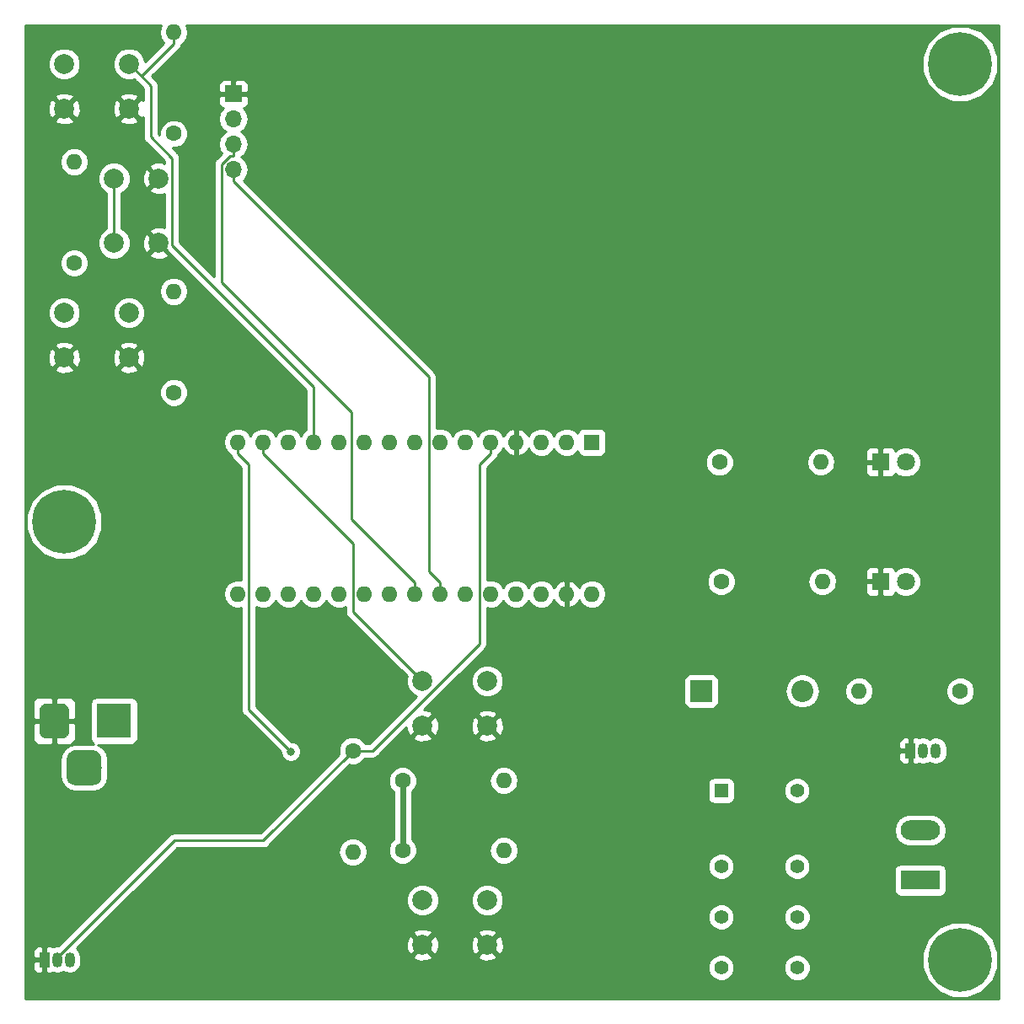
<source format=gbl>
G04 #@! TF.GenerationSoftware,KiCad,Pcbnew,5.0.2-bee76a0~70~ubuntu18.04.1*
G04 #@! TF.CreationDate,2019-06-28T18:52:20-06:00*
G04 #@! TF.ProjectId,Thermostat1,54686572-6d6f-4737-9461-74312e6b6963,rev?*
G04 #@! TF.SameCoordinates,Original*
G04 #@! TF.FileFunction,Copper,L2,Bot*
G04 #@! TF.FilePolarity,Positive*
%FSLAX46Y46*%
G04 Gerber Fmt 4.6, Leading zero omitted, Abs format (unit mm)*
G04 Created by KiCad (PCBNEW 5.0.2-bee76a0~70~ubuntu18.04.1) date Fri 28 Jun 2019 06:52:20 PM MDT*
%MOMM*%
%LPD*%
G01*
G04 APERTURE LIST*
G04 #@! TA.AperFunction,ComponentPad*
%ADD10R,1.600000X1.600000*%
G04 #@! TD*
G04 #@! TA.AperFunction,ComponentPad*
%ADD11O,1.600000X1.600000*%
G04 #@! TD*
G04 #@! TA.AperFunction,ComponentPad*
%ADD12C,1.800000*%
G04 #@! TD*
G04 #@! TA.AperFunction,ComponentPad*
%ADD13R,1.800000X1.800000*%
G04 #@! TD*
G04 #@! TA.AperFunction,ComponentPad*
%ADD14R,2.200000X2.200000*%
G04 #@! TD*
G04 #@! TA.AperFunction,ComponentPad*
%ADD15O,2.200000X2.200000*%
G04 #@! TD*
G04 #@! TA.AperFunction,ComponentPad*
%ADD16R,3.500000X3.500000*%
G04 #@! TD*
G04 #@! TA.AperFunction,Conductor*
%ADD17C,0.100000*%
G04 #@! TD*
G04 #@! TA.AperFunction,ComponentPad*
%ADD18C,3.000000*%
G04 #@! TD*
G04 #@! TA.AperFunction,ComponentPad*
%ADD19C,3.500000*%
G04 #@! TD*
G04 #@! TA.AperFunction,ComponentPad*
%ADD20R,1.700000X1.700000*%
G04 #@! TD*
G04 #@! TA.AperFunction,ComponentPad*
%ADD21O,1.700000X1.700000*%
G04 #@! TD*
G04 #@! TA.AperFunction,ComponentPad*
%ADD22R,3.960000X1.980000*%
G04 #@! TD*
G04 #@! TA.AperFunction,ComponentPad*
%ADD23O,3.960000X1.980000*%
G04 #@! TD*
G04 #@! TA.AperFunction,ComponentPad*
%ADD24R,1.400000X1.400000*%
G04 #@! TD*
G04 #@! TA.AperFunction,ComponentPad*
%ADD25C,1.400000*%
G04 #@! TD*
G04 #@! TA.AperFunction,ComponentPad*
%ADD26R,1.050000X1.500000*%
G04 #@! TD*
G04 #@! TA.AperFunction,ComponentPad*
%ADD27O,1.050000X1.500000*%
G04 #@! TD*
G04 #@! TA.AperFunction,ComponentPad*
%ADD28C,1.600000*%
G04 #@! TD*
G04 #@! TA.AperFunction,ComponentPad*
%ADD29C,2.000000*%
G04 #@! TD*
G04 #@! TA.AperFunction,ComponentPad*
%ADD30C,6.400000*%
G04 #@! TD*
G04 #@! TA.AperFunction,ViaPad*
%ADD31C,0.800000*%
G04 #@! TD*
G04 #@! TA.AperFunction,Conductor*
%ADD32C,0.250000*%
G04 #@! TD*
G04 #@! TA.AperFunction,Conductor*
%ADD33C,0.600000*%
G04 #@! TD*
G04 #@! TA.AperFunction,Conductor*
%ADD34C,0.254000*%
G04 #@! TD*
G04 APERTURE END LIST*
D10*
G04 #@! TO.P,A1,1*
G04 #@! TO.N,Net-(A1-Pad1)*
X88000000Y-73000000D03*
D11*
G04 #@! TO.P,A1,17*
G04 #@! TO.N,Net-(A1-Pad17)*
X54980000Y-88240000D03*
G04 #@! TO.P,A1,2*
G04 #@! TO.N,Net-(A1-Pad2)*
X85460000Y-73000000D03*
G04 #@! TO.P,A1,18*
G04 #@! TO.N,Net-(A1-Pad18)*
X57520000Y-88240000D03*
G04 #@! TO.P,A1,3*
G04 #@! TO.N,Net-(A1-Pad3)*
X82920000Y-73000000D03*
G04 #@! TO.P,A1,19*
G04 #@! TO.N,Net-(A1-Pad19)*
X60060000Y-88240000D03*
G04 #@! TO.P,A1,4*
G04 #@! TO.N,GND*
X80380000Y-73000000D03*
G04 #@! TO.P,A1,20*
G04 #@! TO.N,Net-(A1-Pad20)*
X62600000Y-88240000D03*
G04 #@! TO.P,A1,5*
G04 #@! TO.N,/TEMP_DATA*
X77840000Y-73000000D03*
G04 #@! TO.P,A1,21*
G04 #@! TO.N,Net-(A1-Pad21)*
X65140000Y-88240000D03*
G04 #@! TO.P,A1,6*
G04 #@! TO.N,Net-(A1-Pad6)*
X75300000Y-73000000D03*
G04 #@! TO.P,A1,22*
G04 #@! TO.N,Net-(A1-Pad22)*
X67680000Y-88240000D03*
G04 #@! TO.P,A1,7*
G04 #@! TO.N,/RELAY_DRIVE*
X72760000Y-73000000D03*
G04 #@! TO.P,A1,23*
G04 #@! TO.N,/SDA*
X70220000Y-88240000D03*
G04 #@! TO.P,A1,8*
G04 #@! TO.N,/HEATING_LED*
X70220000Y-73000000D03*
G04 #@! TO.P,A1,24*
G04 #@! TO.N,/SCL*
X72760000Y-88240000D03*
G04 #@! TO.P,A1,9*
G04 #@! TO.N,/OVERRIDE_LED*
X67680000Y-73000000D03*
G04 #@! TO.P,A1,25*
G04 #@! TO.N,Net-(A1-Pad25)*
X75300000Y-88240000D03*
G04 #@! TO.P,A1,10*
G04 #@! TO.N,Net-(A1-Pad10)*
X65140000Y-73000000D03*
G04 #@! TO.P,A1,26*
G04 #@! TO.N,Net-(A1-Pad26)*
X77840000Y-88240000D03*
G04 #@! TO.P,A1,11*
G04 #@! TO.N,/SET_SWITCH*
X62600000Y-73000000D03*
G04 #@! TO.P,A1,27*
G04 #@! TO.N,+5V*
X80380000Y-88240000D03*
G04 #@! TO.P,A1,12*
G04 #@! TO.N,/UP_SWITCH*
X60060000Y-73000000D03*
G04 #@! TO.P,A1,28*
G04 #@! TO.N,Net-(A1-Pad28)*
X82920000Y-88240000D03*
G04 #@! TO.P,A1,13*
G04 #@! TO.N,/DOWN_SWITCH*
X57520000Y-73000000D03*
G04 #@! TO.P,A1,29*
G04 #@! TO.N,GND*
X85460000Y-88240000D03*
G04 #@! TO.P,A1,14*
G04 #@! TO.N,/START_SWITCH*
X54980000Y-73000000D03*
G04 #@! TO.P,A1,30*
G04 #@! TO.N,/VIN*
X88000000Y-88240000D03*
G04 #@! TO.P,A1,15*
G04 #@! TO.N,/CANCEL_SWITCH*
X52440000Y-73000000D03*
G04 #@! TO.P,A1,16*
G04 #@! TO.N,Net-(A1-Pad16)*
X52440000Y-88240000D03*
G04 #@! TD*
D12*
G04 #@! TO.P,D1,2*
G04 #@! TO.N,Net-(D1-Pad2)*
X119540000Y-75000000D03*
D13*
G04 #@! TO.P,D1,1*
G04 #@! TO.N,GND*
X117000000Y-75000000D03*
G04 #@! TD*
G04 #@! TO.P,D2,1*
G04 #@! TO.N,GND*
X117000000Y-87000000D03*
D12*
G04 #@! TO.P,D2,2*
G04 #@! TO.N,Net-(D2-Pad2)*
X119540000Y-87000000D03*
G04 #@! TD*
D14*
G04 #@! TO.P,D3,1*
G04 #@! TO.N,+5V*
X99000000Y-98000000D03*
D15*
G04 #@! TO.P,D3,2*
G04 #@! TO.N,/RELAY_PULLDOWN*
X109160000Y-98000000D03*
G04 #@! TD*
D16*
G04 #@! TO.P,J1,1*
G04 #@! TO.N,/VIN*
X40000000Y-101000000D03*
D17*
G04 #@! TD*
G04 #@! TO.N,GND*
G04 #@! TO.C,J1*
G36*
X34823513Y-99253611D02*
X34896318Y-99264411D01*
X34967714Y-99282295D01*
X35037013Y-99307090D01*
X35103548Y-99338559D01*
X35166678Y-99376398D01*
X35225795Y-99420242D01*
X35280330Y-99469670D01*
X35329758Y-99524205D01*
X35373602Y-99583322D01*
X35411441Y-99646452D01*
X35442910Y-99712987D01*
X35467705Y-99782286D01*
X35485589Y-99853682D01*
X35496389Y-99926487D01*
X35500000Y-100000000D01*
X35500000Y-102000000D01*
X35496389Y-102073513D01*
X35485589Y-102146318D01*
X35467705Y-102217714D01*
X35442910Y-102287013D01*
X35411441Y-102353548D01*
X35373602Y-102416678D01*
X35329758Y-102475795D01*
X35280330Y-102530330D01*
X35225795Y-102579758D01*
X35166678Y-102623602D01*
X35103548Y-102661441D01*
X35037013Y-102692910D01*
X34967714Y-102717705D01*
X34896318Y-102735589D01*
X34823513Y-102746389D01*
X34750000Y-102750000D01*
X33250000Y-102750000D01*
X33176487Y-102746389D01*
X33103682Y-102735589D01*
X33032286Y-102717705D01*
X32962987Y-102692910D01*
X32896452Y-102661441D01*
X32833322Y-102623602D01*
X32774205Y-102579758D01*
X32719670Y-102530330D01*
X32670242Y-102475795D01*
X32626398Y-102416678D01*
X32588559Y-102353548D01*
X32557090Y-102287013D01*
X32532295Y-102217714D01*
X32514411Y-102146318D01*
X32503611Y-102073513D01*
X32500000Y-102000000D01*
X32500000Y-100000000D01*
X32503611Y-99926487D01*
X32514411Y-99853682D01*
X32532295Y-99782286D01*
X32557090Y-99712987D01*
X32588559Y-99646452D01*
X32626398Y-99583322D01*
X32670242Y-99524205D01*
X32719670Y-99469670D01*
X32774205Y-99420242D01*
X32833322Y-99376398D01*
X32896452Y-99338559D01*
X32962987Y-99307090D01*
X33032286Y-99282295D01*
X33103682Y-99264411D01*
X33176487Y-99253611D01*
X33250000Y-99250000D01*
X34750000Y-99250000D01*
X34823513Y-99253611D01*
X34823513Y-99253611D01*
G37*
D18*
G04 #@! TO.P,J1,2*
G04 #@! TO.N,GND*
X34000000Y-101000000D03*
D17*
G04 #@! TD*
G04 #@! TO.N,N/C*
G04 #@! TO.C,J1*
G36*
X37960765Y-103954213D02*
X38045704Y-103966813D01*
X38128999Y-103987677D01*
X38209848Y-104016605D01*
X38287472Y-104053319D01*
X38361124Y-104097464D01*
X38430094Y-104148616D01*
X38493718Y-104206282D01*
X38551384Y-104269906D01*
X38602536Y-104338876D01*
X38646681Y-104412528D01*
X38683395Y-104490152D01*
X38712323Y-104571001D01*
X38733187Y-104654296D01*
X38745787Y-104739235D01*
X38750000Y-104825000D01*
X38750000Y-106575000D01*
X38745787Y-106660765D01*
X38733187Y-106745704D01*
X38712323Y-106828999D01*
X38683395Y-106909848D01*
X38646681Y-106987472D01*
X38602536Y-107061124D01*
X38551384Y-107130094D01*
X38493718Y-107193718D01*
X38430094Y-107251384D01*
X38361124Y-107302536D01*
X38287472Y-107346681D01*
X38209848Y-107383395D01*
X38128999Y-107412323D01*
X38045704Y-107433187D01*
X37960765Y-107445787D01*
X37875000Y-107450000D01*
X36125000Y-107450000D01*
X36039235Y-107445787D01*
X35954296Y-107433187D01*
X35871001Y-107412323D01*
X35790152Y-107383395D01*
X35712528Y-107346681D01*
X35638876Y-107302536D01*
X35569906Y-107251384D01*
X35506282Y-107193718D01*
X35448616Y-107130094D01*
X35397464Y-107061124D01*
X35353319Y-106987472D01*
X35316605Y-106909848D01*
X35287677Y-106828999D01*
X35266813Y-106745704D01*
X35254213Y-106660765D01*
X35250000Y-106575000D01*
X35250000Y-104825000D01*
X35254213Y-104739235D01*
X35266813Y-104654296D01*
X35287677Y-104571001D01*
X35316605Y-104490152D01*
X35353319Y-104412528D01*
X35397464Y-104338876D01*
X35448616Y-104269906D01*
X35506282Y-104206282D01*
X35569906Y-104148616D01*
X35638876Y-104097464D01*
X35712528Y-104053319D01*
X35790152Y-104016605D01*
X35871001Y-103987677D01*
X35954296Y-103966813D01*
X36039235Y-103954213D01*
X36125000Y-103950000D01*
X37875000Y-103950000D01*
X37960765Y-103954213D01*
X37960765Y-103954213D01*
G37*
D19*
G04 #@! TO.P,J1,3*
G04 #@! TO.N,N/C*
X37000000Y-105700000D03*
G04 #@! TD*
D20*
G04 #@! TO.P,J2,1*
G04 #@! TO.N,GND*
X52000000Y-38000000D03*
D21*
G04 #@! TO.P,J2,2*
G04 #@! TO.N,+5V*
X52000000Y-40540000D03*
G04 #@! TO.P,J2,3*
G04 #@! TO.N,/SDA*
X52000000Y-43080000D03*
G04 #@! TO.P,J2,4*
G04 #@! TO.N,/SCL*
X52000000Y-45620000D03*
G04 #@! TD*
D22*
G04 #@! TO.P,J3,1*
G04 #@! TO.N,/RELAY_OUTA*
X121000000Y-117000000D03*
D23*
G04 #@! TO.P,J3,2*
G04 #@! TO.N,/RELAY_OUTB*
X121000000Y-112000000D03*
G04 #@! TD*
D24*
G04 #@! TO.P,K1,1*
G04 #@! TO.N,+5V*
X101000000Y-108000000D03*
D25*
G04 #@! TO.P,K1,16*
G04 #@! TO.N,/RELAY_PULLDOWN*
X108620000Y-108000000D03*
G04 #@! TO.P,K1,6*
G04 #@! TO.N,Net-(K1-Pad6)*
X101000000Y-120690000D03*
G04 #@! TO.P,K1,8*
G04 #@! TO.N,Net-(K1-Pad8)*
X101000000Y-125780000D03*
G04 #@! TO.P,K1,4*
G04 #@! TO.N,Net-(K1-Pad4)*
X101000000Y-115620000D03*
G04 #@! TO.P,K1,11*
G04 #@! TO.N,Net-(K1-Pad11)*
X108630000Y-120710000D03*
G04 #@! TO.P,K1,9*
G04 #@! TO.N,/RELAY_OUTA*
X108630000Y-125790000D03*
G04 #@! TO.P,K1,13*
G04 #@! TO.N,/RELAY_OUTB*
X108620000Y-115620000D03*
G04 #@! TD*
D26*
G04 #@! TO.P,Q1,1*
G04 #@! TO.N,GND*
X120000000Y-104000000D03*
D27*
G04 #@! TO.P,Q1,3*
G04 #@! TO.N,/RELAY_PULLDOWN*
X122540000Y-104000000D03*
G04 #@! TO.P,Q1,2*
G04 #@! TO.N,Net-(Q1-Pad2)*
X121270000Y-104000000D03*
G04 #@! TD*
D11*
G04 #@! TO.P,R1,2*
G04 #@! TO.N,/SET_SWITCH*
X36000000Y-44840000D03*
D28*
G04 #@! TO.P,R1,1*
G04 #@! TO.N,+5V*
X36000000Y-55000000D03*
G04 #@! TD*
D11*
G04 #@! TO.P,R2,2*
G04 #@! TO.N,/UP_SWITCH*
X46000000Y-31840000D03*
D28*
G04 #@! TO.P,R2,1*
G04 #@! TO.N,+5V*
X46000000Y-42000000D03*
G04 #@! TD*
G04 #@! TO.P,R3,1*
G04 #@! TO.N,+5V*
X46000000Y-68000000D03*
D11*
G04 #@! TO.P,R3,2*
G04 #@! TO.N,/DOWN_SWITCH*
X46000000Y-57840000D03*
G04 #@! TD*
D28*
G04 #@! TO.P,R4,1*
G04 #@! TO.N,/HEATING_LED*
X100840000Y-75000000D03*
D11*
G04 #@! TO.P,R4,2*
G04 #@! TO.N,Net-(D1-Pad2)*
X111000000Y-75000000D03*
G04 #@! TD*
G04 #@! TO.P,R5,2*
G04 #@! TO.N,Net-(D2-Pad2)*
X111160000Y-87000000D03*
D28*
G04 #@! TO.P,R5,1*
G04 #@! TO.N,/OVERRIDE_LED*
X101000000Y-87000000D03*
G04 #@! TD*
D11*
G04 #@! TO.P,R6,2*
G04 #@! TO.N,/START_SWITCH*
X79160000Y-107000000D03*
D28*
G04 #@! TO.P,R6,1*
G04 #@! TO.N,+5V*
X69000000Y-107000000D03*
G04 #@! TD*
G04 #@! TO.P,R7,1*
G04 #@! TO.N,+5V*
X69000000Y-114000000D03*
D11*
G04 #@! TO.P,R7,2*
G04 #@! TO.N,/CANCEL_SWITCH*
X79160000Y-114000000D03*
G04 #@! TD*
D28*
G04 #@! TO.P,R8,1*
G04 #@! TO.N,Net-(Q1-Pad2)*
X125000000Y-98000000D03*
D11*
G04 #@! TO.P,R8,2*
G04 #@! TO.N,/RELAY_DRIVE*
X114840000Y-98000000D03*
G04 #@! TD*
D29*
G04 #@! TO.P,SW1,2*
G04 #@! TO.N,GND*
X44500000Y-53000000D03*
G04 #@! TO.P,SW1,1*
G04 #@! TO.N,/SET_SWITCH*
X40000000Y-53000000D03*
G04 #@! TO.P,SW1,2*
G04 #@! TO.N,GND*
X44500000Y-46500000D03*
G04 #@! TO.P,SW1,1*
G04 #@! TO.N,/SET_SWITCH*
X40000000Y-46500000D03*
G04 #@! TD*
G04 #@! TO.P,SW2,1*
G04 #@! TO.N,/UP_SWITCH*
X41500000Y-35000000D03*
G04 #@! TO.P,SW2,2*
G04 #@! TO.N,GND*
X41500000Y-39500000D03*
G04 #@! TO.P,SW2,1*
G04 #@! TO.N,/UP_SWITCH*
X35000000Y-35000000D03*
G04 #@! TO.P,SW2,2*
G04 #@! TO.N,GND*
X35000000Y-39500000D03*
G04 #@! TD*
G04 #@! TO.P,SW3,2*
G04 #@! TO.N,GND*
X35000000Y-64500000D03*
G04 #@! TO.P,SW3,1*
G04 #@! TO.N,/DOWN_SWITCH*
X35000000Y-60000000D03*
G04 #@! TO.P,SW3,2*
G04 #@! TO.N,GND*
X41500000Y-64500000D03*
G04 #@! TO.P,SW3,1*
G04 #@! TO.N,/DOWN_SWITCH*
X41500000Y-60000000D03*
G04 #@! TD*
G04 #@! TO.P,SW4,1*
G04 #@! TO.N,/START_SWITCH*
X77500000Y-97000000D03*
G04 #@! TO.P,SW4,2*
G04 #@! TO.N,GND*
X77500000Y-101500000D03*
G04 #@! TO.P,SW4,1*
G04 #@! TO.N,/START_SWITCH*
X71000000Y-97000000D03*
G04 #@! TO.P,SW4,2*
G04 #@! TO.N,GND*
X71000000Y-101500000D03*
G04 #@! TD*
G04 #@! TO.P,SW5,2*
G04 #@! TO.N,GND*
X71000000Y-123500000D03*
G04 #@! TO.P,SW5,1*
G04 #@! TO.N,/CANCEL_SWITCH*
X71000000Y-119000000D03*
G04 #@! TO.P,SW5,2*
G04 #@! TO.N,GND*
X77500000Y-123500000D03*
G04 #@! TO.P,SW5,1*
G04 #@! TO.N,/CANCEL_SWITCH*
X77500000Y-119000000D03*
G04 #@! TD*
D27*
G04 #@! TO.P,U1,2*
G04 #@! TO.N,/TEMP_DATA*
X34270000Y-125000000D03*
G04 #@! TO.P,U1,3*
G04 #@! TO.N,+5V*
X35540000Y-125000000D03*
D26*
G04 #@! TO.P,U1,1*
G04 #@! TO.N,GND*
X33000000Y-125000000D03*
G04 #@! TD*
D30*
G04 #@! TO.P,REF\002A\002A,1*
G04 #@! TO.N,N/C*
X125000000Y-35000000D03*
G04 #@! TD*
G04 #@! TO.P,REF\002A\002A,1*
G04 #@! TO.N,N/C*
X125000000Y-125000000D03*
G04 #@! TD*
G04 #@! TO.P,REF\002A\002A,1*
G04 #@! TO.N,N/C*
X35000000Y-81000000D03*
G04 #@! TD*
D28*
G04 #@! TO.P,R9,1*
G04 #@! TO.N,/TEMP_DATA*
X64000000Y-104000000D03*
D11*
G04 #@! TO.P,R9,2*
G04 #@! TO.N,+5V*
X64000000Y-114160000D03*
G04 #@! TD*
D31*
G04 #@! TO.N,/CANCEL_SWITCH*
X57764300Y-104087300D03*
G04 #@! TD*
D32*
G04 #@! TO.N,GND*
X119730000Y-106270000D02*
X119730000Y-108000000D01*
G04 #@! TO.N,/TEMP_DATA*
X65131370Y-104000000D02*
X64000000Y-104000000D01*
X65961002Y-104000000D02*
X65131370Y-104000000D01*
X76714700Y-93246302D02*
X65961002Y-104000000D01*
X76714700Y-75250600D02*
X76714700Y-93246302D01*
X77840000Y-74125300D02*
X76714700Y-75250600D01*
X77840000Y-73000000D02*
X77840000Y-74125300D01*
X34270000Y-124775000D02*
X34270000Y-125000000D01*
X46045000Y-113000000D02*
X34270000Y-124775000D01*
X55000000Y-113000000D02*
X46045000Y-113000000D01*
X64000000Y-104000000D02*
X55000000Y-113000000D01*
G04 #@! TO.N,/SDA*
X70220000Y-87114700D02*
X63870000Y-80764700D01*
X63870000Y-80764700D02*
X63870000Y-69972100D01*
X63870000Y-69972100D02*
X50808100Y-56910200D01*
X50808100Y-56910200D02*
X50808100Y-45079900D01*
X50808100Y-45079900D02*
X51632700Y-44255300D01*
X51632700Y-44255300D02*
X52000000Y-44255300D01*
X70220000Y-88240000D02*
X70220000Y-87114700D01*
X52000000Y-43080000D02*
X52000000Y-44255300D01*
G04 #@! TO.N,/SCL*
X72760000Y-88240000D02*
X72760000Y-87114700D01*
X52000000Y-45620000D02*
X52000000Y-46795300D01*
X52000000Y-46795300D02*
X71634700Y-66430000D01*
X71634700Y-66430000D02*
X71634700Y-85989400D01*
X71634700Y-85989400D02*
X72760000Y-87114700D01*
G04 #@! TO.N,/SET_SWITCH*
X40000000Y-53000000D02*
X40000000Y-46500000D01*
D33*
G04 #@! TO.N,+5V*
X69000000Y-114000000D02*
X69000000Y-107000000D01*
D32*
G04 #@! TO.N,/UP_SWITCH*
X42732700Y-36232600D02*
X43690700Y-37190700D01*
X43690700Y-37190700D02*
X43690700Y-42334000D01*
X43690700Y-42334000D02*
X45825400Y-44468700D01*
X45825400Y-44468700D02*
X45825400Y-53201200D01*
X45825400Y-53201200D02*
X60060000Y-67435800D01*
X60060000Y-67435800D02*
X60060000Y-73000000D01*
X41500000Y-35000000D02*
X42732700Y-36232600D01*
X46000000Y-32965300D02*
X42732700Y-36232600D01*
X46000000Y-31840000D02*
X46000000Y-32965300D01*
G04 #@! TO.N,/START_SWITCH*
X54980000Y-73000000D02*
X54980000Y-74125300D01*
X71000000Y-97000000D02*
X64014600Y-90014600D01*
X64014600Y-90014600D02*
X64014600Y-83159900D01*
X64014600Y-83159900D02*
X54980000Y-74125300D01*
G04 #@! TO.N,/CANCEL_SWITCH*
X52440000Y-73000000D02*
X52440000Y-74125300D01*
X57764300Y-104087300D02*
X53565300Y-99888300D01*
X53565300Y-99888300D02*
X53565300Y-75250600D01*
X53565300Y-75250600D02*
X52440000Y-74125300D01*
G04 #@! TD*
D34*
G04 #@! TO.N,GND*
G36*
X44648260Y-31280091D02*
X44536887Y-31840000D01*
X44648260Y-32399909D01*
X44965423Y-32874577D01*
X44995694Y-32894804D01*
X43135000Y-34755499D01*
X43135000Y-34674778D01*
X42886086Y-34073847D01*
X42426153Y-33613914D01*
X41825222Y-33365000D01*
X41174778Y-33365000D01*
X40573847Y-33613914D01*
X40113914Y-34073847D01*
X39865000Y-34674778D01*
X39865000Y-35325222D01*
X40113914Y-35926153D01*
X40573847Y-36386086D01*
X41174778Y-36635000D01*
X41825222Y-36635000D01*
X41991434Y-36566153D01*
X42142381Y-36717087D01*
X42184771Y-36780529D01*
X42248213Y-36822920D01*
X42930700Y-37505479D01*
X42930700Y-38653049D01*
X42919387Y-38625736D01*
X42652532Y-38527073D01*
X41679605Y-39500000D01*
X42652532Y-40472927D01*
X42919387Y-40374264D01*
X42930701Y-40343811D01*
X42930701Y-42259148D01*
X42915812Y-42334000D01*
X42974797Y-42630537D01*
X43076980Y-42783464D01*
X43142772Y-42881929D01*
X43206228Y-42924329D01*
X45065400Y-44783502D01*
X45065400Y-44965866D01*
X44764539Y-44854092D01*
X44114540Y-44878144D01*
X43625736Y-45080613D01*
X43527073Y-45347468D01*
X44500000Y-46320395D01*
X44514143Y-46306253D01*
X44693748Y-46485858D01*
X44679605Y-46500000D01*
X44693748Y-46514143D01*
X44514143Y-46693748D01*
X44500000Y-46679605D01*
X43527073Y-47652532D01*
X43625736Y-47919387D01*
X44235461Y-48145908D01*
X44885460Y-48121856D01*
X45065400Y-48047322D01*
X45065401Y-51465866D01*
X44764539Y-51354092D01*
X44114540Y-51378144D01*
X43625736Y-51580613D01*
X43527073Y-51847468D01*
X44500000Y-52820395D01*
X44514143Y-52806253D01*
X44693748Y-52985858D01*
X44679605Y-53000000D01*
X45092651Y-53413046D01*
X45109497Y-53497737D01*
X45277472Y-53749129D01*
X45340928Y-53791529D01*
X59300000Y-67750603D01*
X59300001Y-71781956D01*
X59025423Y-71965423D01*
X58790000Y-72317758D01*
X58554577Y-71965423D01*
X58079909Y-71648260D01*
X57661333Y-71565000D01*
X57378667Y-71565000D01*
X56960091Y-71648260D01*
X56485423Y-71965423D01*
X56250000Y-72317758D01*
X56014577Y-71965423D01*
X55539909Y-71648260D01*
X55121333Y-71565000D01*
X54838667Y-71565000D01*
X54420091Y-71648260D01*
X53945423Y-71965423D01*
X53710000Y-72317758D01*
X53474577Y-71965423D01*
X52999909Y-71648260D01*
X52581333Y-71565000D01*
X52298667Y-71565000D01*
X51880091Y-71648260D01*
X51405423Y-71965423D01*
X51088260Y-72440091D01*
X50976887Y-73000000D01*
X51088260Y-73559909D01*
X51405423Y-74034577D01*
X51684106Y-74220787D01*
X51724097Y-74421837D01*
X51760095Y-74475711D01*
X51892072Y-74673229D01*
X51955528Y-74715629D01*
X52805301Y-75565403D01*
X52805301Y-86849550D01*
X52581333Y-86805000D01*
X52298667Y-86805000D01*
X51880091Y-86888260D01*
X51405423Y-87205423D01*
X51088260Y-87680091D01*
X50976887Y-88240000D01*
X51088260Y-88799909D01*
X51405423Y-89274577D01*
X51880091Y-89591740D01*
X52298667Y-89675000D01*
X52581333Y-89675000D01*
X52805300Y-89630450D01*
X52805300Y-99813453D01*
X52790412Y-99888300D01*
X52805300Y-99963147D01*
X52805300Y-99963151D01*
X52849396Y-100184836D01*
X53017371Y-100436229D01*
X53080830Y-100478631D01*
X56729300Y-104127102D01*
X56729300Y-104293174D01*
X56886869Y-104673580D01*
X57178020Y-104964731D01*
X57558426Y-105122300D01*
X57970174Y-105122300D01*
X58350580Y-104964731D01*
X58641731Y-104673580D01*
X58799300Y-104293174D01*
X58799300Y-103881426D01*
X58641731Y-103501020D01*
X58350580Y-103209869D01*
X57970174Y-103052300D01*
X57804102Y-103052300D01*
X54325300Y-99573499D01*
X54325300Y-89528403D01*
X54420091Y-89591740D01*
X54838667Y-89675000D01*
X55121333Y-89675000D01*
X55539909Y-89591740D01*
X56014577Y-89274577D01*
X56250000Y-88922242D01*
X56485423Y-89274577D01*
X56960091Y-89591740D01*
X57378667Y-89675000D01*
X57661333Y-89675000D01*
X58079909Y-89591740D01*
X58554577Y-89274577D01*
X58790000Y-88922242D01*
X59025423Y-89274577D01*
X59500091Y-89591740D01*
X59918667Y-89675000D01*
X60201333Y-89675000D01*
X60619909Y-89591740D01*
X61094577Y-89274577D01*
X61330000Y-88922242D01*
X61565423Y-89274577D01*
X62040091Y-89591740D01*
X62458667Y-89675000D01*
X62741333Y-89675000D01*
X63159909Y-89591740D01*
X63254600Y-89528469D01*
X63254600Y-89939753D01*
X63239712Y-90014600D01*
X63254600Y-90089447D01*
X63254600Y-90089451D01*
X63298696Y-90311136D01*
X63466671Y-90562529D01*
X63530130Y-90604931D01*
X69433823Y-96508625D01*
X69365000Y-96674778D01*
X69365000Y-97325222D01*
X69613914Y-97926153D01*
X70073847Y-98386086D01*
X70375264Y-98510937D01*
X65646201Y-103240000D01*
X65238430Y-103240000D01*
X65216534Y-103187138D01*
X64812862Y-102783466D01*
X64285439Y-102565000D01*
X63714561Y-102565000D01*
X63187138Y-102783466D01*
X62783466Y-103187138D01*
X62565000Y-103714561D01*
X62565000Y-104285439D01*
X62586896Y-104338302D01*
X54685199Y-112240000D01*
X46119848Y-112240000D01*
X46045000Y-112225112D01*
X45970152Y-112240000D01*
X45970148Y-112240000D01*
X45796605Y-112274520D01*
X45748462Y-112284096D01*
X45561418Y-112409076D01*
X45497071Y-112452071D01*
X45454671Y-112515527D01*
X34360018Y-123610181D01*
X34270000Y-123592275D01*
X33817391Y-123682305D01*
X33816016Y-123683224D01*
X33651309Y-123615000D01*
X33285750Y-123615000D01*
X33127000Y-123773750D01*
X33127000Y-124575291D01*
X33110000Y-124660755D01*
X33110000Y-125339246D01*
X33127000Y-125424710D01*
X33127000Y-126226250D01*
X33285750Y-126385000D01*
X33651309Y-126385000D01*
X33816016Y-126316776D01*
X33817392Y-126317695D01*
X34270000Y-126407725D01*
X34722609Y-126317695D01*
X34905001Y-126195825D01*
X35087392Y-126317695D01*
X35540000Y-126407725D01*
X35992609Y-126317695D01*
X36376313Y-126061313D01*
X36632695Y-125677608D01*
X36665148Y-125514452D01*
X99665000Y-125514452D01*
X99665000Y-126045548D01*
X99868242Y-126536217D01*
X100243783Y-126911758D01*
X100734452Y-127115000D01*
X101265548Y-127115000D01*
X101756217Y-126911758D01*
X102131758Y-126536217D01*
X102335000Y-126045548D01*
X102335000Y-125524452D01*
X107295000Y-125524452D01*
X107295000Y-126055548D01*
X107498242Y-126546217D01*
X107873783Y-126921758D01*
X108364452Y-127125000D01*
X108895548Y-127125000D01*
X109386217Y-126921758D01*
X109761758Y-126546217D01*
X109965000Y-126055548D01*
X109965000Y-125524452D01*
X109761758Y-125033783D01*
X109386217Y-124658242D01*
X108895548Y-124455000D01*
X108364452Y-124455000D01*
X107873783Y-124658242D01*
X107498242Y-125033783D01*
X107295000Y-125524452D01*
X102335000Y-125524452D01*
X102335000Y-125514452D01*
X102131758Y-125023783D01*
X101756217Y-124648242D01*
X101265548Y-124445000D01*
X100734452Y-124445000D01*
X100243783Y-124648242D01*
X99868242Y-125023783D01*
X99665000Y-125514452D01*
X36665148Y-125514452D01*
X36700000Y-125339245D01*
X36700000Y-124660754D01*
X36698365Y-124652532D01*
X70027073Y-124652532D01*
X70125736Y-124919387D01*
X70735461Y-125145908D01*
X71385460Y-125121856D01*
X71874264Y-124919387D01*
X71972927Y-124652532D01*
X76527073Y-124652532D01*
X76625736Y-124919387D01*
X77235461Y-125145908D01*
X77885460Y-125121856D01*
X78374264Y-124919387D01*
X78472927Y-124652532D01*
X77500000Y-123679605D01*
X76527073Y-124652532D01*
X71972927Y-124652532D01*
X71000000Y-123679605D01*
X70027073Y-124652532D01*
X36698365Y-124652532D01*
X36632695Y-124322391D01*
X36376313Y-123938687D01*
X36259300Y-123860502D01*
X36884341Y-123235461D01*
X69354092Y-123235461D01*
X69378144Y-123885460D01*
X69580613Y-124374264D01*
X69847468Y-124472927D01*
X70820395Y-123500000D01*
X71179605Y-123500000D01*
X72152532Y-124472927D01*
X72419387Y-124374264D01*
X72645908Y-123764539D01*
X72626331Y-123235461D01*
X75854092Y-123235461D01*
X75878144Y-123885460D01*
X76080613Y-124374264D01*
X76347468Y-124472927D01*
X77320395Y-123500000D01*
X77679605Y-123500000D01*
X78652532Y-124472927D01*
X78919387Y-124374264D01*
X78970318Y-124237171D01*
X121165000Y-124237171D01*
X121165000Y-125762829D01*
X121748844Y-127172353D01*
X122827647Y-128251156D01*
X124237171Y-128835000D01*
X125762829Y-128835000D01*
X127172353Y-128251156D01*
X128251156Y-127172353D01*
X128835000Y-125762829D01*
X128835000Y-124237171D01*
X128251156Y-122827647D01*
X127172353Y-121748844D01*
X125762829Y-121165000D01*
X124237171Y-121165000D01*
X122827647Y-121748844D01*
X121748844Y-122827647D01*
X121165000Y-124237171D01*
X78970318Y-124237171D01*
X79145908Y-123764539D01*
X79121856Y-123114540D01*
X78919387Y-122625736D01*
X78652532Y-122527073D01*
X77679605Y-123500000D01*
X77320395Y-123500000D01*
X76347468Y-122527073D01*
X76080613Y-122625736D01*
X75854092Y-123235461D01*
X72626331Y-123235461D01*
X72621856Y-123114540D01*
X72419387Y-122625736D01*
X72152532Y-122527073D01*
X71179605Y-123500000D01*
X70820395Y-123500000D01*
X69847468Y-122527073D01*
X69580613Y-122625736D01*
X69354092Y-123235461D01*
X36884341Y-123235461D01*
X37772334Y-122347468D01*
X70027073Y-122347468D01*
X71000000Y-123320395D01*
X71972927Y-122347468D01*
X76527073Y-122347468D01*
X77500000Y-123320395D01*
X78472927Y-122347468D01*
X78374264Y-122080613D01*
X77764539Y-121854092D01*
X77114540Y-121878144D01*
X76625736Y-122080613D01*
X76527073Y-122347468D01*
X71972927Y-122347468D01*
X71874264Y-122080613D01*
X71264539Y-121854092D01*
X70614540Y-121878144D01*
X70125736Y-122080613D01*
X70027073Y-122347468D01*
X37772334Y-122347468D01*
X41445024Y-118674778D01*
X69365000Y-118674778D01*
X69365000Y-119325222D01*
X69613914Y-119926153D01*
X70073847Y-120386086D01*
X70674778Y-120635000D01*
X71325222Y-120635000D01*
X71926153Y-120386086D01*
X72386086Y-119926153D01*
X72635000Y-119325222D01*
X72635000Y-118674778D01*
X75865000Y-118674778D01*
X75865000Y-119325222D01*
X76113914Y-119926153D01*
X76573847Y-120386086D01*
X77174778Y-120635000D01*
X77825222Y-120635000D01*
X78333529Y-120424452D01*
X99665000Y-120424452D01*
X99665000Y-120955548D01*
X99868242Y-121446217D01*
X100243783Y-121821758D01*
X100734452Y-122025000D01*
X101265548Y-122025000D01*
X101756217Y-121821758D01*
X102131758Y-121446217D01*
X102335000Y-120955548D01*
X102335000Y-120444452D01*
X107295000Y-120444452D01*
X107295000Y-120975548D01*
X107498242Y-121466217D01*
X107873783Y-121841758D01*
X108364452Y-122045000D01*
X108895548Y-122045000D01*
X109386217Y-121841758D01*
X109761758Y-121466217D01*
X109965000Y-120975548D01*
X109965000Y-120444452D01*
X109761758Y-119953783D01*
X109386217Y-119578242D01*
X108895548Y-119375000D01*
X108364452Y-119375000D01*
X107873783Y-119578242D01*
X107498242Y-119953783D01*
X107295000Y-120444452D01*
X102335000Y-120444452D01*
X102335000Y-120424452D01*
X102131758Y-119933783D01*
X101756217Y-119558242D01*
X101265548Y-119355000D01*
X100734452Y-119355000D01*
X100243783Y-119558242D01*
X99868242Y-119933783D01*
X99665000Y-120424452D01*
X78333529Y-120424452D01*
X78426153Y-120386086D01*
X78886086Y-119926153D01*
X79135000Y-119325222D01*
X79135000Y-118674778D01*
X78886086Y-118073847D01*
X78426153Y-117613914D01*
X77825222Y-117365000D01*
X77174778Y-117365000D01*
X76573847Y-117613914D01*
X76113914Y-118073847D01*
X75865000Y-118674778D01*
X72635000Y-118674778D01*
X72386086Y-118073847D01*
X71926153Y-117613914D01*
X71325222Y-117365000D01*
X70674778Y-117365000D01*
X70073847Y-117613914D01*
X69613914Y-118073847D01*
X69365000Y-118674778D01*
X41445024Y-118674778D01*
X45959802Y-114160000D01*
X62536887Y-114160000D01*
X62648260Y-114719909D01*
X62965423Y-115194577D01*
X63440091Y-115511740D01*
X63858667Y-115595000D01*
X64141333Y-115595000D01*
X64559909Y-115511740D01*
X65034577Y-115194577D01*
X65351740Y-114719909D01*
X65463113Y-114160000D01*
X65351740Y-113600091D01*
X65034577Y-113125423D01*
X64559909Y-112808260D01*
X64141333Y-112725000D01*
X63858667Y-112725000D01*
X63440091Y-112808260D01*
X62965423Y-113125423D01*
X62648260Y-113600091D01*
X62536887Y-114160000D01*
X45959802Y-114160000D01*
X46359802Y-113760000D01*
X54925153Y-113760000D01*
X55000000Y-113774888D01*
X55074847Y-113760000D01*
X55074852Y-113760000D01*
X55296537Y-113715904D01*
X55547929Y-113547929D01*
X55590331Y-113484470D01*
X62360240Y-106714561D01*
X67565000Y-106714561D01*
X67565000Y-107285439D01*
X67783466Y-107812862D01*
X68065001Y-108094397D01*
X68065000Y-112905604D01*
X67783466Y-113187138D01*
X67565000Y-113714561D01*
X67565000Y-114285439D01*
X67783466Y-114812862D01*
X68187138Y-115216534D01*
X68714561Y-115435000D01*
X69285439Y-115435000D01*
X69812862Y-115216534D01*
X70216534Y-114812862D01*
X70435000Y-114285439D01*
X70435000Y-114000000D01*
X77696887Y-114000000D01*
X77808260Y-114559909D01*
X78125423Y-115034577D01*
X78600091Y-115351740D01*
X79018667Y-115435000D01*
X79301333Y-115435000D01*
X79706274Y-115354452D01*
X99665000Y-115354452D01*
X99665000Y-115885548D01*
X99868242Y-116376217D01*
X100243783Y-116751758D01*
X100734452Y-116955000D01*
X101265548Y-116955000D01*
X101756217Y-116751758D01*
X102131758Y-116376217D01*
X102335000Y-115885548D01*
X102335000Y-115354452D01*
X107285000Y-115354452D01*
X107285000Y-115885548D01*
X107488242Y-116376217D01*
X107863783Y-116751758D01*
X108354452Y-116955000D01*
X108885548Y-116955000D01*
X109376217Y-116751758D01*
X109751758Y-116376217D01*
X109903450Y-116010000D01*
X118372560Y-116010000D01*
X118372560Y-117990000D01*
X118421843Y-118237765D01*
X118562191Y-118447809D01*
X118772235Y-118588157D01*
X119020000Y-118637440D01*
X122980000Y-118637440D01*
X123227765Y-118588157D01*
X123437809Y-118447809D01*
X123578157Y-118237765D01*
X123627440Y-117990000D01*
X123627440Y-116010000D01*
X123578157Y-115762235D01*
X123437809Y-115552191D01*
X123227765Y-115411843D01*
X122980000Y-115362560D01*
X119020000Y-115362560D01*
X118772235Y-115411843D01*
X118562191Y-115552191D01*
X118421843Y-115762235D01*
X118372560Y-116010000D01*
X109903450Y-116010000D01*
X109955000Y-115885548D01*
X109955000Y-115354452D01*
X109751758Y-114863783D01*
X109376217Y-114488242D01*
X108885548Y-114285000D01*
X108354452Y-114285000D01*
X107863783Y-114488242D01*
X107488242Y-114863783D01*
X107285000Y-115354452D01*
X102335000Y-115354452D01*
X102131758Y-114863783D01*
X101756217Y-114488242D01*
X101265548Y-114285000D01*
X100734452Y-114285000D01*
X100243783Y-114488242D01*
X99868242Y-114863783D01*
X99665000Y-115354452D01*
X79706274Y-115354452D01*
X79719909Y-115351740D01*
X80194577Y-115034577D01*
X80511740Y-114559909D01*
X80623113Y-114000000D01*
X80511740Y-113440091D01*
X80194577Y-112965423D01*
X79719909Y-112648260D01*
X79301333Y-112565000D01*
X79018667Y-112565000D01*
X78600091Y-112648260D01*
X78125423Y-112965423D01*
X77808260Y-113440091D01*
X77696887Y-114000000D01*
X70435000Y-114000000D01*
X70435000Y-113714561D01*
X70216534Y-113187138D01*
X69935000Y-112905604D01*
X69935000Y-112000000D01*
X118353165Y-112000000D01*
X118479284Y-112634043D01*
X118838441Y-113171559D01*
X119375957Y-113530716D01*
X119849955Y-113625000D01*
X122150045Y-113625000D01*
X122624043Y-113530716D01*
X123161559Y-113171559D01*
X123520716Y-112634043D01*
X123646835Y-112000000D01*
X123520716Y-111365957D01*
X123161559Y-110828441D01*
X122624043Y-110469284D01*
X122150045Y-110375000D01*
X119849955Y-110375000D01*
X119375957Y-110469284D01*
X118838441Y-110828441D01*
X118479284Y-111365957D01*
X118353165Y-112000000D01*
X69935000Y-112000000D01*
X69935000Y-108094396D01*
X70216534Y-107812862D01*
X70435000Y-107285439D01*
X70435000Y-107000000D01*
X77696887Y-107000000D01*
X77808260Y-107559909D01*
X78125423Y-108034577D01*
X78600091Y-108351740D01*
X79018667Y-108435000D01*
X79301333Y-108435000D01*
X79719909Y-108351740D01*
X80194577Y-108034577D01*
X80511740Y-107559909D01*
X80563439Y-107300000D01*
X99652560Y-107300000D01*
X99652560Y-108700000D01*
X99701843Y-108947765D01*
X99842191Y-109157809D01*
X100052235Y-109298157D01*
X100300000Y-109347440D01*
X101700000Y-109347440D01*
X101947765Y-109298157D01*
X102157809Y-109157809D01*
X102298157Y-108947765D01*
X102347440Y-108700000D01*
X102347440Y-107734452D01*
X107285000Y-107734452D01*
X107285000Y-108265548D01*
X107488242Y-108756217D01*
X107863783Y-109131758D01*
X108354452Y-109335000D01*
X108885548Y-109335000D01*
X109376217Y-109131758D01*
X109751758Y-108756217D01*
X109955000Y-108265548D01*
X109955000Y-107734452D01*
X109751758Y-107243783D01*
X109376217Y-106868242D01*
X108885548Y-106665000D01*
X108354452Y-106665000D01*
X107863783Y-106868242D01*
X107488242Y-107243783D01*
X107285000Y-107734452D01*
X102347440Y-107734452D01*
X102347440Y-107300000D01*
X102298157Y-107052235D01*
X102157809Y-106842191D01*
X101947765Y-106701843D01*
X101700000Y-106652560D01*
X100300000Y-106652560D01*
X100052235Y-106701843D01*
X99842191Y-106842191D01*
X99701843Y-107052235D01*
X99652560Y-107300000D01*
X80563439Y-107300000D01*
X80623113Y-107000000D01*
X80511740Y-106440091D01*
X80194577Y-105965423D01*
X79719909Y-105648260D01*
X79301333Y-105565000D01*
X79018667Y-105565000D01*
X78600091Y-105648260D01*
X78125423Y-105965423D01*
X77808260Y-106440091D01*
X77696887Y-107000000D01*
X70435000Y-107000000D01*
X70435000Y-106714561D01*
X70216534Y-106187138D01*
X69812862Y-105783466D01*
X69285439Y-105565000D01*
X68714561Y-105565000D01*
X68187138Y-105783466D01*
X67783466Y-106187138D01*
X67565000Y-106714561D01*
X62360240Y-106714561D01*
X63661698Y-105413104D01*
X63714561Y-105435000D01*
X64285439Y-105435000D01*
X64812862Y-105216534D01*
X65216534Y-104812862D01*
X65238430Y-104760000D01*
X65886155Y-104760000D01*
X65961002Y-104774888D01*
X66035849Y-104760000D01*
X66035854Y-104760000D01*
X66257539Y-104715904D01*
X66508931Y-104547929D01*
X66551333Y-104484470D01*
X66750053Y-104285750D01*
X118840000Y-104285750D01*
X118840000Y-104876310D01*
X118936673Y-105109699D01*
X119115302Y-105288327D01*
X119348691Y-105385000D01*
X119714250Y-105385000D01*
X119873000Y-105226250D01*
X119873000Y-104127000D01*
X118998750Y-104127000D01*
X118840000Y-104285750D01*
X66750053Y-104285750D01*
X68383271Y-102652532D01*
X70027073Y-102652532D01*
X70125736Y-102919387D01*
X70735461Y-103145908D01*
X71385460Y-103121856D01*
X71874264Y-102919387D01*
X71972927Y-102652532D01*
X76527073Y-102652532D01*
X76625736Y-102919387D01*
X77235461Y-103145908D01*
X77835896Y-103123690D01*
X118840000Y-103123690D01*
X118840000Y-103714250D01*
X118998750Y-103873000D01*
X119873000Y-103873000D01*
X119873000Y-103660755D01*
X120110000Y-103660755D01*
X120110000Y-104339246D01*
X120127000Y-104424710D01*
X120127000Y-105226250D01*
X120285750Y-105385000D01*
X120651309Y-105385000D01*
X120816016Y-105316776D01*
X120817392Y-105317695D01*
X121270000Y-105407725D01*
X121722609Y-105317695D01*
X121905001Y-105195825D01*
X122087392Y-105317695D01*
X122540000Y-105407725D01*
X122992609Y-105317695D01*
X123376313Y-105061313D01*
X123632695Y-104677608D01*
X123700000Y-104339245D01*
X123700000Y-103660754D01*
X123632695Y-103322391D01*
X123376313Y-102938687D01*
X122992608Y-102682305D01*
X122540000Y-102592275D01*
X122087391Y-102682305D01*
X121905000Y-102804175D01*
X121722608Y-102682305D01*
X121270000Y-102592275D01*
X120817391Y-102682305D01*
X120816016Y-102683224D01*
X120651309Y-102615000D01*
X120285750Y-102615000D01*
X120127000Y-102773750D01*
X120127000Y-103575291D01*
X120110000Y-103660755D01*
X119873000Y-103660755D01*
X119873000Y-102773750D01*
X119714250Y-102615000D01*
X119348691Y-102615000D01*
X119115302Y-102711673D01*
X118936673Y-102890301D01*
X118840000Y-103123690D01*
X77835896Y-103123690D01*
X77885460Y-103121856D01*
X78374264Y-102919387D01*
X78472927Y-102652532D01*
X77500000Y-101679605D01*
X76527073Y-102652532D01*
X71972927Y-102652532D01*
X71000000Y-101679605D01*
X70027073Y-102652532D01*
X68383271Y-102652532D01*
X69370015Y-101665788D01*
X69378144Y-101885460D01*
X69580613Y-102374264D01*
X69847468Y-102472927D01*
X70820395Y-101500000D01*
X71179605Y-101500000D01*
X72152532Y-102472927D01*
X72419387Y-102374264D01*
X72645908Y-101764539D01*
X72626331Y-101235461D01*
X75854092Y-101235461D01*
X75878144Y-101885460D01*
X76080613Y-102374264D01*
X76347468Y-102472927D01*
X77320395Y-101500000D01*
X77679605Y-101500000D01*
X78652532Y-102472927D01*
X78919387Y-102374264D01*
X79145908Y-101764539D01*
X79121856Y-101114540D01*
X78919387Y-100625736D01*
X78652532Y-100527073D01*
X77679605Y-101500000D01*
X77320395Y-101500000D01*
X76347468Y-100527073D01*
X76080613Y-100625736D01*
X75854092Y-101235461D01*
X72626331Y-101235461D01*
X72621856Y-101114540D01*
X72419387Y-100625736D01*
X72152532Y-100527073D01*
X71179605Y-101500000D01*
X70820395Y-101500000D01*
X70806253Y-101485858D01*
X70985858Y-101306253D01*
X71000000Y-101320395D01*
X71972927Y-100347468D01*
X76527073Y-100347468D01*
X77500000Y-101320395D01*
X78472927Y-100347468D01*
X78374264Y-100080613D01*
X77764539Y-99854092D01*
X77114540Y-99878144D01*
X76625736Y-100080613D01*
X76527073Y-100347468D01*
X71972927Y-100347468D01*
X71874264Y-100080613D01*
X71264539Y-99854092D01*
X71178529Y-99857275D01*
X74361026Y-96674778D01*
X75865000Y-96674778D01*
X75865000Y-97325222D01*
X76113914Y-97926153D01*
X76573847Y-98386086D01*
X77174778Y-98635000D01*
X77825222Y-98635000D01*
X78426153Y-98386086D01*
X78886086Y-97926153D01*
X79135000Y-97325222D01*
X79135000Y-96900000D01*
X97252560Y-96900000D01*
X97252560Y-99100000D01*
X97301843Y-99347765D01*
X97442191Y-99557809D01*
X97652235Y-99698157D01*
X97900000Y-99747440D01*
X100100000Y-99747440D01*
X100347765Y-99698157D01*
X100557809Y-99557809D01*
X100698157Y-99347765D01*
X100747440Y-99100000D01*
X100747440Y-98000000D01*
X107391010Y-98000000D01*
X107525666Y-98676963D01*
X107909135Y-99250865D01*
X108483037Y-99634334D01*
X108989120Y-99735000D01*
X109330880Y-99735000D01*
X109836963Y-99634334D01*
X110410865Y-99250865D01*
X110794334Y-98676963D01*
X110928990Y-98000000D01*
X113376887Y-98000000D01*
X113488260Y-98559909D01*
X113805423Y-99034577D01*
X114280091Y-99351740D01*
X114698667Y-99435000D01*
X114981333Y-99435000D01*
X115399909Y-99351740D01*
X115874577Y-99034577D01*
X116191740Y-98559909D01*
X116303113Y-98000000D01*
X116246336Y-97714561D01*
X123565000Y-97714561D01*
X123565000Y-98285439D01*
X123783466Y-98812862D01*
X124187138Y-99216534D01*
X124714561Y-99435000D01*
X125285439Y-99435000D01*
X125812862Y-99216534D01*
X126216534Y-98812862D01*
X126435000Y-98285439D01*
X126435000Y-97714561D01*
X126216534Y-97187138D01*
X125812862Y-96783466D01*
X125285439Y-96565000D01*
X124714561Y-96565000D01*
X124187138Y-96783466D01*
X123783466Y-97187138D01*
X123565000Y-97714561D01*
X116246336Y-97714561D01*
X116191740Y-97440091D01*
X115874577Y-96965423D01*
X115399909Y-96648260D01*
X114981333Y-96565000D01*
X114698667Y-96565000D01*
X114280091Y-96648260D01*
X113805423Y-96965423D01*
X113488260Y-97440091D01*
X113376887Y-98000000D01*
X110928990Y-98000000D01*
X110794334Y-97323037D01*
X110410865Y-96749135D01*
X109836963Y-96365666D01*
X109330880Y-96265000D01*
X108989120Y-96265000D01*
X108483037Y-96365666D01*
X107909135Y-96749135D01*
X107525666Y-97323037D01*
X107391010Y-98000000D01*
X100747440Y-98000000D01*
X100747440Y-96900000D01*
X100698157Y-96652235D01*
X100557809Y-96442191D01*
X100347765Y-96301843D01*
X100100000Y-96252560D01*
X97900000Y-96252560D01*
X97652235Y-96301843D01*
X97442191Y-96442191D01*
X97301843Y-96652235D01*
X97252560Y-96900000D01*
X79135000Y-96900000D01*
X79135000Y-96674778D01*
X78886086Y-96073847D01*
X78426153Y-95613914D01*
X77825222Y-95365000D01*
X77174778Y-95365000D01*
X76573847Y-95613914D01*
X76113914Y-96073847D01*
X75865000Y-96674778D01*
X74361026Y-96674778D01*
X77199173Y-93836631D01*
X77262629Y-93794231D01*
X77430604Y-93542839D01*
X77474700Y-93321154D01*
X77474700Y-93321150D01*
X77489588Y-93246302D01*
X77474700Y-93171454D01*
X77474700Y-89630450D01*
X77698667Y-89675000D01*
X77981333Y-89675000D01*
X78399909Y-89591740D01*
X78874577Y-89274577D01*
X79110000Y-88922242D01*
X79345423Y-89274577D01*
X79820091Y-89591740D01*
X80238667Y-89675000D01*
X80521333Y-89675000D01*
X80939909Y-89591740D01*
X81414577Y-89274577D01*
X81650000Y-88922242D01*
X81885423Y-89274577D01*
X82360091Y-89591740D01*
X82778667Y-89675000D01*
X83061333Y-89675000D01*
X83479909Y-89591740D01*
X83954577Y-89274577D01*
X84210947Y-88890892D01*
X84307611Y-89095134D01*
X84722577Y-89471041D01*
X85110961Y-89631904D01*
X85333000Y-89509915D01*
X85333000Y-88367000D01*
X85313000Y-88367000D01*
X85313000Y-88113000D01*
X85333000Y-88113000D01*
X85333000Y-86970085D01*
X85587000Y-86970085D01*
X85587000Y-88113000D01*
X85607000Y-88113000D01*
X85607000Y-88367000D01*
X85587000Y-88367000D01*
X85587000Y-89509915D01*
X85809039Y-89631904D01*
X86197423Y-89471041D01*
X86612389Y-89095134D01*
X86709053Y-88890892D01*
X86965423Y-89274577D01*
X87440091Y-89591740D01*
X87858667Y-89675000D01*
X88141333Y-89675000D01*
X88559909Y-89591740D01*
X89034577Y-89274577D01*
X89351740Y-88799909D01*
X89463113Y-88240000D01*
X89351740Y-87680091D01*
X89034577Y-87205423D01*
X88559909Y-86888260D01*
X88141333Y-86805000D01*
X87858667Y-86805000D01*
X87440091Y-86888260D01*
X86965423Y-87205423D01*
X86709053Y-87589108D01*
X86612389Y-87384866D01*
X86197423Y-87008959D01*
X85809039Y-86848096D01*
X85587000Y-86970085D01*
X85333000Y-86970085D01*
X85110961Y-86848096D01*
X84722577Y-87008959D01*
X84307611Y-87384866D01*
X84210947Y-87589108D01*
X83954577Y-87205423D01*
X83479909Y-86888260D01*
X83061333Y-86805000D01*
X82778667Y-86805000D01*
X82360091Y-86888260D01*
X81885423Y-87205423D01*
X81650000Y-87557758D01*
X81414577Y-87205423D01*
X80939909Y-86888260D01*
X80521333Y-86805000D01*
X80238667Y-86805000D01*
X79820091Y-86888260D01*
X79345423Y-87205423D01*
X79110000Y-87557758D01*
X78874577Y-87205423D01*
X78399909Y-86888260D01*
X77981333Y-86805000D01*
X77698667Y-86805000D01*
X77474700Y-86849550D01*
X77474700Y-86714561D01*
X99565000Y-86714561D01*
X99565000Y-87285439D01*
X99783466Y-87812862D01*
X100187138Y-88216534D01*
X100714561Y-88435000D01*
X101285439Y-88435000D01*
X101812862Y-88216534D01*
X102216534Y-87812862D01*
X102435000Y-87285439D01*
X102435000Y-87000000D01*
X109696887Y-87000000D01*
X109808260Y-87559909D01*
X110125423Y-88034577D01*
X110600091Y-88351740D01*
X111018667Y-88435000D01*
X111301333Y-88435000D01*
X111719909Y-88351740D01*
X112194577Y-88034577D01*
X112511740Y-87559909D01*
X112566273Y-87285750D01*
X115465000Y-87285750D01*
X115465000Y-88026310D01*
X115561673Y-88259699D01*
X115740302Y-88438327D01*
X115973691Y-88535000D01*
X116714250Y-88535000D01*
X116873000Y-88376250D01*
X116873000Y-87127000D01*
X115623750Y-87127000D01*
X115465000Y-87285750D01*
X112566273Y-87285750D01*
X112623113Y-87000000D01*
X112511740Y-86440091D01*
X112200101Y-85973690D01*
X115465000Y-85973690D01*
X115465000Y-86714250D01*
X115623750Y-86873000D01*
X116873000Y-86873000D01*
X116873000Y-85623750D01*
X117127000Y-85623750D01*
X117127000Y-86873000D01*
X117147000Y-86873000D01*
X117147000Y-87127000D01*
X117127000Y-87127000D01*
X117127000Y-88376250D01*
X117285750Y-88535000D01*
X118026309Y-88535000D01*
X118259698Y-88438327D01*
X118438327Y-88259699D01*
X118494139Y-88124956D01*
X118670493Y-88301310D01*
X119234670Y-88535000D01*
X119845330Y-88535000D01*
X120409507Y-88301310D01*
X120841310Y-87869507D01*
X121075000Y-87305330D01*
X121075000Y-86694670D01*
X120841310Y-86130493D01*
X120409507Y-85698690D01*
X119845330Y-85465000D01*
X119234670Y-85465000D01*
X118670493Y-85698690D01*
X118494139Y-85875044D01*
X118438327Y-85740301D01*
X118259698Y-85561673D01*
X118026309Y-85465000D01*
X117285750Y-85465000D01*
X117127000Y-85623750D01*
X116873000Y-85623750D01*
X116714250Y-85465000D01*
X115973691Y-85465000D01*
X115740302Y-85561673D01*
X115561673Y-85740301D01*
X115465000Y-85973690D01*
X112200101Y-85973690D01*
X112194577Y-85965423D01*
X111719909Y-85648260D01*
X111301333Y-85565000D01*
X111018667Y-85565000D01*
X110600091Y-85648260D01*
X110125423Y-85965423D01*
X109808260Y-86440091D01*
X109696887Y-87000000D01*
X102435000Y-87000000D01*
X102435000Y-86714561D01*
X102216534Y-86187138D01*
X101812862Y-85783466D01*
X101285439Y-85565000D01*
X100714561Y-85565000D01*
X100187138Y-85783466D01*
X99783466Y-86187138D01*
X99565000Y-86714561D01*
X77474700Y-86714561D01*
X77474700Y-75565401D01*
X78324473Y-74715629D01*
X78326071Y-74714561D01*
X99405000Y-74714561D01*
X99405000Y-75285439D01*
X99623466Y-75812862D01*
X100027138Y-76216534D01*
X100554561Y-76435000D01*
X101125439Y-76435000D01*
X101652862Y-76216534D01*
X102056534Y-75812862D01*
X102275000Y-75285439D01*
X102275000Y-75000000D01*
X109536887Y-75000000D01*
X109648260Y-75559909D01*
X109965423Y-76034577D01*
X110440091Y-76351740D01*
X110858667Y-76435000D01*
X111141333Y-76435000D01*
X111559909Y-76351740D01*
X112034577Y-76034577D01*
X112351740Y-75559909D01*
X112406273Y-75285750D01*
X115465000Y-75285750D01*
X115465000Y-76026310D01*
X115561673Y-76259699D01*
X115740302Y-76438327D01*
X115973691Y-76535000D01*
X116714250Y-76535000D01*
X116873000Y-76376250D01*
X116873000Y-75127000D01*
X115623750Y-75127000D01*
X115465000Y-75285750D01*
X112406273Y-75285750D01*
X112463113Y-75000000D01*
X112351740Y-74440091D01*
X112040101Y-73973690D01*
X115465000Y-73973690D01*
X115465000Y-74714250D01*
X115623750Y-74873000D01*
X116873000Y-74873000D01*
X116873000Y-73623750D01*
X117127000Y-73623750D01*
X117127000Y-74873000D01*
X117147000Y-74873000D01*
X117147000Y-75127000D01*
X117127000Y-75127000D01*
X117127000Y-76376250D01*
X117285750Y-76535000D01*
X118026309Y-76535000D01*
X118259698Y-76438327D01*
X118438327Y-76259699D01*
X118494139Y-76124956D01*
X118670493Y-76301310D01*
X119234670Y-76535000D01*
X119845330Y-76535000D01*
X120409507Y-76301310D01*
X120841310Y-75869507D01*
X121075000Y-75305330D01*
X121075000Y-74694670D01*
X120841310Y-74130493D01*
X120409507Y-73698690D01*
X119845330Y-73465000D01*
X119234670Y-73465000D01*
X118670493Y-73698690D01*
X118494139Y-73875044D01*
X118438327Y-73740301D01*
X118259698Y-73561673D01*
X118026309Y-73465000D01*
X117285750Y-73465000D01*
X117127000Y-73623750D01*
X116873000Y-73623750D01*
X116714250Y-73465000D01*
X115973691Y-73465000D01*
X115740302Y-73561673D01*
X115561673Y-73740301D01*
X115465000Y-73973690D01*
X112040101Y-73973690D01*
X112034577Y-73965423D01*
X111559909Y-73648260D01*
X111141333Y-73565000D01*
X110858667Y-73565000D01*
X110440091Y-73648260D01*
X109965423Y-73965423D01*
X109648260Y-74440091D01*
X109536887Y-75000000D01*
X102275000Y-75000000D01*
X102275000Y-74714561D01*
X102056534Y-74187138D01*
X101652862Y-73783466D01*
X101125439Y-73565000D01*
X100554561Y-73565000D01*
X100027138Y-73783466D01*
X99623466Y-74187138D01*
X99405000Y-74714561D01*
X78326071Y-74714561D01*
X78387929Y-74673229D01*
X78555904Y-74421837D01*
X78595896Y-74220786D01*
X78874577Y-74034577D01*
X79130947Y-73650892D01*
X79227611Y-73855134D01*
X79642577Y-74231041D01*
X80030961Y-74391904D01*
X80253000Y-74269915D01*
X80253000Y-73127000D01*
X80233000Y-73127000D01*
X80233000Y-72873000D01*
X80253000Y-72873000D01*
X80253000Y-71730085D01*
X80507000Y-71730085D01*
X80507000Y-72873000D01*
X80527000Y-72873000D01*
X80527000Y-73127000D01*
X80507000Y-73127000D01*
X80507000Y-74269915D01*
X80729039Y-74391904D01*
X81117423Y-74231041D01*
X81532389Y-73855134D01*
X81629053Y-73650892D01*
X81885423Y-74034577D01*
X82360091Y-74351740D01*
X82778667Y-74435000D01*
X83061333Y-74435000D01*
X83479909Y-74351740D01*
X83954577Y-74034577D01*
X84190000Y-73682242D01*
X84425423Y-74034577D01*
X84900091Y-74351740D01*
X85318667Y-74435000D01*
X85601333Y-74435000D01*
X86019909Y-74351740D01*
X86494577Y-74034577D01*
X86575215Y-73913894D01*
X86601843Y-74047765D01*
X86742191Y-74257809D01*
X86952235Y-74398157D01*
X87200000Y-74447440D01*
X88800000Y-74447440D01*
X89047765Y-74398157D01*
X89257809Y-74257809D01*
X89398157Y-74047765D01*
X89447440Y-73800000D01*
X89447440Y-72200000D01*
X89398157Y-71952235D01*
X89257809Y-71742191D01*
X89047765Y-71601843D01*
X88800000Y-71552560D01*
X87200000Y-71552560D01*
X86952235Y-71601843D01*
X86742191Y-71742191D01*
X86601843Y-71952235D01*
X86575215Y-72086106D01*
X86494577Y-71965423D01*
X86019909Y-71648260D01*
X85601333Y-71565000D01*
X85318667Y-71565000D01*
X84900091Y-71648260D01*
X84425423Y-71965423D01*
X84190000Y-72317758D01*
X83954577Y-71965423D01*
X83479909Y-71648260D01*
X83061333Y-71565000D01*
X82778667Y-71565000D01*
X82360091Y-71648260D01*
X81885423Y-71965423D01*
X81629053Y-72349108D01*
X81532389Y-72144866D01*
X81117423Y-71768959D01*
X80729039Y-71608096D01*
X80507000Y-71730085D01*
X80253000Y-71730085D01*
X80030961Y-71608096D01*
X79642577Y-71768959D01*
X79227611Y-72144866D01*
X79130947Y-72349108D01*
X78874577Y-71965423D01*
X78399909Y-71648260D01*
X77981333Y-71565000D01*
X77698667Y-71565000D01*
X77280091Y-71648260D01*
X76805423Y-71965423D01*
X76570000Y-72317758D01*
X76334577Y-71965423D01*
X75859909Y-71648260D01*
X75441333Y-71565000D01*
X75158667Y-71565000D01*
X74740091Y-71648260D01*
X74265423Y-71965423D01*
X74030000Y-72317758D01*
X73794577Y-71965423D01*
X73319909Y-71648260D01*
X72901333Y-71565000D01*
X72618667Y-71565000D01*
X72394700Y-71609550D01*
X72394700Y-66504846D01*
X72409588Y-66429999D01*
X72394700Y-66355152D01*
X72394700Y-66355148D01*
X72350604Y-66133463D01*
X72182629Y-65882071D01*
X72119173Y-65839671D01*
X53010380Y-46730879D01*
X53070625Y-46690625D01*
X53398839Y-46199418D01*
X53514092Y-45620000D01*
X53398839Y-45040582D01*
X53070625Y-44549375D01*
X52772239Y-44350000D01*
X53070625Y-44150625D01*
X53398839Y-43659418D01*
X53514092Y-43080000D01*
X53398839Y-42500582D01*
X53070625Y-42009375D01*
X52772239Y-41810000D01*
X53070625Y-41610625D01*
X53398839Y-41119418D01*
X53514092Y-40540000D01*
X53398839Y-39960582D01*
X53070625Y-39469375D01*
X53048967Y-39454904D01*
X53209698Y-39388327D01*
X53388327Y-39209699D01*
X53485000Y-38976310D01*
X53485000Y-38285750D01*
X53326250Y-38127000D01*
X52127000Y-38127000D01*
X52127000Y-38147000D01*
X51873000Y-38147000D01*
X51873000Y-38127000D01*
X50673750Y-38127000D01*
X50515000Y-38285750D01*
X50515000Y-38976310D01*
X50611673Y-39209699D01*
X50790302Y-39388327D01*
X50951033Y-39454904D01*
X50929375Y-39469375D01*
X50601161Y-39960582D01*
X50485908Y-40540000D01*
X50601161Y-41119418D01*
X50929375Y-41610625D01*
X51227761Y-41810000D01*
X50929375Y-42009375D01*
X50601161Y-42500582D01*
X50485908Y-43080000D01*
X50601161Y-43659418D01*
X50822509Y-43990689D01*
X50323628Y-44489571D01*
X50260172Y-44531971D01*
X50217772Y-44595427D01*
X50217771Y-44595428D01*
X50092197Y-44783363D01*
X50033212Y-45079900D01*
X50048101Y-45154752D01*
X50048100Y-56349099D01*
X46585400Y-52886399D01*
X46585400Y-44543548D01*
X46600288Y-44468700D01*
X46585400Y-44393852D01*
X46585400Y-44393848D01*
X46541304Y-44172163D01*
X46541304Y-44172162D01*
X46415729Y-43984227D01*
X46373329Y-43920771D01*
X46309873Y-43878371D01*
X45866502Y-43435000D01*
X46285439Y-43435000D01*
X46812862Y-43216534D01*
X47216534Y-42812862D01*
X47435000Y-42285439D01*
X47435000Y-41714561D01*
X47216534Y-41187138D01*
X46812862Y-40783466D01*
X46285439Y-40565000D01*
X45714561Y-40565000D01*
X45187138Y-40783466D01*
X44783466Y-41187138D01*
X44565000Y-41714561D01*
X44565000Y-42133499D01*
X44450700Y-42019199D01*
X44450700Y-37265567D01*
X44465588Y-37190740D01*
X44450700Y-37115872D01*
X44450700Y-37115848D01*
X44432369Y-37023690D01*
X50515000Y-37023690D01*
X50515000Y-37714250D01*
X50673750Y-37873000D01*
X51873000Y-37873000D01*
X51873000Y-36673750D01*
X52127000Y-36673750D01*
X52127000Y-37873000D01*
X53326250Y-37873000D01*
X53485000Y-37714250D01*
X53485000Y-37023690D01*
X53388327Y-36790301D01*
X53209698Y-36611673D01*
X52976309Y-36515000D01*
X52285750Y-36515000D01*
X52127000Y-36673750D01*
X51873000Y-36673750D01*
X51714250Y-36515000D01*
X51023691Y-36515000D01*
X50790302Y-36611673D01*
X50611673Y-36790301D01*
X50515000Y-37023690D01*
X44432369Y-37023690D01*
X44406619Y-36894199D01*
X44406608Y-36894182D01*
X44406604Y-36894163D01*
X44325444Y-36772699D01*
X44281054Y-36706257D01*
X44281039Y-36706242D01*
X44238629Y-36642771D01*
X44175191Y-36600383D01*
X43807474Y-36232628D01*
X45802931Y-34237171D01*
X121165000Y-34237171D01*
X121165000Y-35762829D01*
X121748844Y-37172353D01*
X122827647Y-38251156D01*
X124237171Y-38835000D01*
X125762829Y-38835000D01*
X127172353Y-38251156D01*
X128251156Y-37172353D01*
X128835000Y-35762829D01*
X128835000Y-34237171D01*
X128251156Y-32827647D01*
X127172353Y-31748844D01*
X125762829Y-31165000D01*
X124237171Y-31165000D01*
X122827647Y-31748844D01*
X121748844Y-32827647D01*
X121165000Y-34237171D01*
X45802931Y-34237171D01*
X46484473Y-33555629D01*
X46547929Y-33513229D01*
X46715904Y-33261837D01*
X46755896Y-33060786D01*
X47034577Y-32874577D01*
X47351740Y-32399909D01*
X47463113Y-31840000D01*
X47351740Y-31280091D01*
X47249448Y-31127000D01*
X128873000Y-31127000D01*
X128873000Y-128873000D01*
X31127000Y-128873000D01*
X31127000Y-125285750D01*
X31840000Y-125285750D01*
X31840000Y-125876310D01*
X31936673Y-126109699D01*
X32115302Y-126288327D01*
X32348691Y-126385000D01*
X32714250Y-126385000D01*
X32873000Y-126226250D01*
X32873000Y-125127000D01*
X31998750Y-125127000D01*
X31840000Y-125285750D01*
X31127000Y-125285750D01*
X31127000Y-124123690D01*
X31840000Y-124123690D01*
X31840000Y-124714250D01*
X31998750Y-124873000D01*
X32873000Y-124873000D01*
X32873000Y-123773750D01*
X32714250Y-123615000D01*
X32348691Y-123615000D01*
X32115302Y-123711673D01*
X31936673Y-123890301D01*
X31840000Y-124123690D01*
X31127000Y-124123690D01*
X31127000Y-104825000D01*
X34602560Y-104825000D01*
X34602560Y-106575000D01*
X34718449Y-107157613D01*
X35048472Y-107651528D01*
X35542387Y-107981551D01*
X36125000Y-108097440D01*
X37875000Y-108097440D01*
X38457613Y-107981551D01*
X38951528Y-107651528D01*
X39281551Y-107157613D01*
X39397440Y-106575000D01*
X39397440Y-104825000D01*
X39281551Y-104242387D01*
X38951528Y-103748472D01*
X38457613Y-103418449D01*
X38351994Y-103397440D01*
X41750000Y-103397440D01*
X41997765Y-103348157D01*
X42207809Y-103207809D01*
X42348157Y-102997765D01*
X42397440Y-102750000D01*
X42397440Y-99250000D01*
X42348157Y-99002235D01*
X42207809Y-98792191D01*
X41997765Y-98651843D01*
X41750000Y-98602560D01*
X38250000Y-98602560D01*
X38002235Y-98651843D01*
X37792191Y-98792191D01*
X37651843Y-99002235D01*
X37602560Y-99250000D01*
X37602560Y-102750000D01*
X37651843Y-102997765D01*
X37792191Y-103207809D01*
X37959001Y-103319269D01*
X37875000Y-103302560D01*
X36125000Y-103302560D01*
X35542387Y-103418449D01*
X35048472Y-103748472D01*
X34718449Y-104242387D01*
X34602560Y-104825000D01*
X31127000Y-104825000D01*
X31127000Y-101285750D01*
X31865000Y-101285750D01*
X31865000Y-102876310D01*
X31961673Y-103109699D01*
X32140302Y-103288327D01*
X32373691Y-103385000D01*
X33714250Y-103385000D01*
X33873000Y-103226250D01*
X33873000Y-101127000D01*
X34127000Y-101127000D01*
X34127000Y-103226250D01*
X34285750Y-103385000D01*
X35626309Y-103385000D01*
X35859698Y-103288327D01*
X36038327Y-103109699D01*
X36135000Y-102876310D01*
X36135000Y-101285750D01*
X35976250Y-101127000D01*
X34127000Y-101127000D01*
X33873000Y-101127000D01*
X32023750Y-101127000D01*
X31865000Y-101285750D01*
X31127000Y-101285750D01*
X31127000Y-99123690D01*
X31865000Y-99123690D01*
X31865000Y-100714250D01*
X32023750Y-100873000D01*
X33873000Y-100873000D01*
X33873000Y-98773750D01*
X34127000Y-98773750D01*
X34127000Y-100873000D01*
X35976250Y-100873000D01*
X36135000Y-100714250D01*
X36135000Y-99123690D01*
X36038327Y-98890301D01*
X35859698Y-98711673D01*
X35626309Y-98615000D01*
X34285750Y-98615000D01*
X34127000Y-98773750D01*
X33873000Y-98773750D01*
X33714250Y-98615000D01*
X32373691Y-98615000D01*
X32140302Y-98711673D01*
X31961673Y-98890301D01*
X31865000Y-99123690D01*
X31127000Y-99123690D01*
X31127000Y-80237171D01*
X31165000Y-80237171D01*
X31165000Y-81762829D01*
X31748844Y-83172353D01*
X32827647Y-84251156D01*
X34237171Y-84835000D01*
X35762829Y-84835000D01*
X37172353Y-84251156D01*
X38251156Y-83172353D01*
X38835000Y-81762829D01*
X38835000Y-80237171D01*
X38251156Y-78827647D01*
X37172353Y-77748844D01*
X35762829Y-77165000D01*
X34237171Y-77165000D01*
X32827647Y-77748844D01*
X31748844Y-78827647D01*
X31165000Y-80237171D01*
X31127000Y-80237171D01*
X31127000Y-67714561D01*
X44565000Y-67714561D01*
X44565000Y-68285439D01*
X44783466Y-68812862D01*
X45187138Y-69216534D01*
X45714561Y-69435000D01*
X46285439Y-69435000D01*
X46812862Y-69216534D01*
X47216534Y-68812862D01*
X47435000Y-68285439D01*
X47435000Y-67714561D01*
X47216534Y-67187138D01*
X46812862Y-66783466D01*
X46285439Y-66565000D01*
X45714561Y-66565000D01*
X45187138Y-66783466D01*
X44783466Y-67187138D01*
X44565000Y-67714561D01*
X31127000Y-67714561D01*
X31127000Y-65652532D01*
X34027073Y-65652532D01*
X34125736Y-65919387D01*
X34735461Y-66145908D01*
X35385460Y-66121856D01*
X35874264Y-65919387D01*
X35972927Y-65652532D01*
X40527073Y-65652532D01*
X40625736Y-65919387D01*
X41235461Y-66145908D01*
X41885460Y-66121856D01*
X42374264Y-65919387D01*
X42472927Y-65652532D01*
X41500000Y-64679605D01*
X40527073Y-65652532D01*
X35972927Y-65652532D01*
X35000000Y-64679605D01*
X34027073Y-65652532D01*
X31127000Y-65652532D01*
X31127000Y-64235461D01*
X33354092Y-64235461D01*
X33378144Y-64885460D01*
X33580613Y-65374264D01*
X33847468Y-65472927D01*
X34820395Y-64500000D01*
X35179605Y-64500000D01*
X36152532Y-65472927D01*
X36419387Y-65374264D01*
X36645908Y-64764539D01*
X36626331Y-64235461D01*
X39854092Y-64235461D01*
X39878144Y-64885460D01*
X40080613Y-65374264D01*
X40347468Y-65472927D01*
X41320395Y-64500000D01*
X41679605Y-64500000D01*
X42652532Y-65472927D01*
X42919387Y-65374264D01*
X43145908Y-64764539D01*
X43121856Y-64114540D01*
X42919387Y-63625736D01*
X42652532Y-63527073D01*
X41679605Y-64500000D01*
X41320395Y-64500000D01*
X40347468Y-63527073D01*
X40080613Y-63625736D01*
X39854092Y-64235461D01*
X36626331Y-64235461D01*
X36621856Y-64114540D01*
X36419387Y-63625736D01*
X36152532Y-63527073D01*
X35179605Y-64500000D01*
X34820395Y-64500000D01*
X33847468Y-63527073D01*
X33580613Y-63625736D01*
X33354092Y-64235461D01*
X31127000Y-64235461D01*
X31127000Y-63347468D01*
X34027073Y-63347468D01*
X35000000Y-64320395D01*
X35972927Y-63347468D01*
X40527073Y-63347468D01*
X41500000Y-64320395D01*
X42472927Y-63347468D01*
X42374264Y-63080613D01*
X41764539Y-62854092D01*
X41114540Y-62878144D01*
X40625736Y-63080613D01*
X40527073Y-63347468D01*
X35972927Y-63347468D01*
X35874264Y-63080613D01*
X35264539Y-62854092D01*
X34614540Y-62878144D01*
X34125736Y-63080613D01*
X34027073Y-63347468D01*
X31127000Y-63347468D01*
X31127000Y-59674778D01*
X33365000Y-59674778D01*
X33365000Y-60325222D01*
X33613914Y-60926153D01*
X34073847Y-61386086D01*
X34674778Y-61635000D01*
X35325222Y-61635000D01*
X35926153Y-61386086D01*
X36386086Y-60926153D01*
X36635000Y-60325222D01*
X36635000Y-59674778D01*
X39865000Y-59674778D01*
X39865000Y-60325222D01*
X40113914Y-60926153D01*
X40573847Y-61386086D01*
X41174778Y-61635000D01*
X41825222Y-61635000D01*
X42426153Y-61386086D01*
X42886086Y-60926153D01*
X43135000Y-60325222D01*
X43135000Y-59674778D01*
X42886086Y-59073847D01*
X42426153Y-58613914D01*
X41825222Y-58365000D01*
X41174778Y-58365000D01*
X40573847Y-58613914D01*
X40113914Y-59073847D01*
X39865000Y-59674778D01*
X36635000Y-59674778D01*
X36386086Y-59073847D01*
X35926153Y-58613914D01*
X35325222Y-58365000D01*
X34674778Y-58365000D01*
X34073847Y-58613914D01*
X33613914Y-59073847D01*
X33365000Y-59674778D01*
X31127000Y-59674778D01*
X31127000Y-57840000D01*
X44536887Y-57840000D01*
X44648260Y-58399909D01*
X44965423Y-58874577D01*
X45440091Y-59191740D01*
X45858667Y-59275000D01*
X46141333Y-59275000D01*
X46559909Y-59191740D01*
X47034577Y-58874577D01*
X47351740Y-58399909D01*
X47463113Y-57840000D01*
X47351740Y-57280091D01*
X47034577Y-56805423D01*
X46559909Y-56488260D01*
X46141333Y-56405000D01*
X45858667Y-56405000D01*
X45440091Y-56488260D01*
X44965423Y-56805423D01*
X44648260Y-57280091D01*
X44536887Y-57840000D01*
X31127000Y-57840000D01*
X31127000Y-54714561D01*
X34565000Y-54714561D01*
X34565000Y-55285439D01*
X34783466Y-55812862D01*
X35187138Y-56216534D01*
X35714561Y-56435000D01*
X36285439Y-56435000D01*
X36812862Y-56216534D01*
X37216534Y-55812862D01*
X37435000Y-55285439D01*
X37435000Y-54714561D01*
X37216534Y-54187138D01*
X36812862Y-53783466D01*
X36285439Y-53565000D01*
X35714561Y-53565000D01*
X35187138Y-53783466D01*
X34783466Y-54187138D01*
X34565000Y-54714561D01*
X31127000Y-54714561D01*
X31127000Y-44840000D01*
X34536887Y-44840000D01*
X34648260Y-45399909D01*
X34965423Y-45874577D01*
X35440091Y-46191740D01*
X35858667Y-46275000D01*
X36141333Y-46275000D01*
X36559909Y-46191740D01*
X36585294Y-46174778D01*
X38365000Y-46174778D01*
X38365000Y-46825222D01*
X38613914Y-47426153D01*
X39073847Y-47886086D01*
X39240001Y-47954909D01*
X39240000Y-51545091D01*
X39073847Y-51613914D01*
X38613914Y-52073847D01*
X38365000Y-52674778D01*
X38365000Y-53325222D01*
X38613914Y-53926153D01*
X39073847Y-54386086D01*
X39674778Y-54635000D01*
X40325222Y-54635000D01*
X40926153Y-54386086D01*
X41159707Y-54152532D01*
X43527073Y-54152532D01*
X43625736Y-54419387D01*
X44235461Y-54645908D01*
X44885460Y-54621856D01*
X45374264Y-54419387D01*
X45472927Y-54152532D01*
X44500000Y-53179605D01*
X43527073Y-54152532D01*
X41159707Y-54152532D01*
X41386086Y-53926153D01*
X41635000Y-53325222D01*
X41635000Y-52735461D01*
X42854092Y-52735461D01*
X42878144Y-53385460D01*
X43080613Y-53874264D01*
X43347468Y-53972927D01*
X44320395Y-53000000D01*
X43347468Y-52027073D01*
X43080613Y-52125736D01*
X42854092Y-52735461D01*
X41635000Y-52735461D01*
X41635000Y-52674778D01*
X41386086Y-52073847D01*
X40926153Y-51613914D01*
X40760000Y-51545091D01*
X40760000Y-47954909D01*
X40926153Y-47886086D01*
X41386086Y-47426153D01*
X41635000Y-46825222D01*
X41635000Y-46235461D01*
X42854092Y-46235461D01*
X42878144Y-46885460D01*
X43080613Y-47374264D01*
X43347468Y-47472927D01*
X44320395Y-46500000D01*
X43347468Y-45527073D01*
X43080613Y-45625736D01*
X42854092Y-46235461D01*
X41635000Y-46235461D01*
X41635000Y-46174778D01*
X41386086Y-45573847D01*
X40926153Y-45113914D01*
X40325222Y-44865000D01*
X39674778Y-44865000D01*
X39073847Y-45113914D01*
X38613914Y-45573847D01*
X38365000Y-46174778D01*
X36585294Y-46174778D01*
X37034577Y-45874577D01*
X37351740Y-45399909D01*
X37463113Y-44840000D01*
X37351740Y-44280091D01*
X37034577Y-43805423D01*
X36559909Y-43488260D01*
X36141333Y-43405000D01*
X35858667Y-43405000D01*
X35440091Y-43488260D01*
X34965423Y-43805423D01*
X34648260Y-44280091D01*
X34536887Y-44840000D01*
X31127000Y-44840000D01*
X31127000Y-40652532D01*
X34027073Y-40652532D01*
X34125736Y-40919387D01*
X34735461Y-41145908D01*
X35385460Y-41121856D01*
X35874264Y-40919387D01*
X35972927Y-40652532D01*
X40527073Y-40652532D01*
X40625736Y-40919387D01*
X41235461Y-41145908D01*
X41885460Y-41121856D01*
X42374264Y-40919387D01*
X42472927Y-40652532D01*
X41500000Y-39679605D01*
X40527073Y-40652532D01*
X35972927Y-40652532D01*
X35000000Y-39679605D01*
X34027073Y-40652532D01*
X31127000Y-40652532D01*
X31127000Y-39235461D01*
X33354092Y-39235461D01*
X33378144Y-39885460D01*
X33580613Y-40374264D01*
X33847468Y-40472927D01*
X34820395Y-39500000D01*
X35179605Y-39500000D01*
X36152532Y-40472927D01*
X36419387Y-40374264D01*
X36645908Y-39764539D01*
X36626331Y-39235461D01*
X39854092Y-39235461D01*
X39878144Y-39885460D01*
X40080613Y-40374264D01*
X40347468Y-40472927D01*
X41320395Y-39500000D01*
X40347468Y-38527073D01*
X40080613Y-38625736D01*
X39854092Y-39235461D01*
X36626331Y-39235461D01*
X36621856Y-39114540D01*
X36419387Y-38625736D01*
X36152532Y-38527073D01*
X35179605Y-39500000D01*
X34820395Y-39500000D01*
X33847468Y-38527073D01*
X33580613Y-38625736D01*
X33354092Y-39235461D01*
X31127000Y-39235461D01*
X31127000Y-38347468D01*
X34027073Y-38347468D01*
X35000000Y-39320395D01*
X35972927Y-38347468D01*
X40527073Y-38347468D01*
X41500000Y-39320395D01*
X42472927Y-38347468D01*
X42374264Y-38080613D01*
X41764539Y-37854092D01*
X41114540Y-37878144D01*
X40625736Y-38080613D01*
X40527073Y-38347468D01*
X35972927Y-38347468D01*
X35874264Y-38080613D01*
X35264539Y-37854092D01*
X34614540Y-37878144D01*
X34125736Y-38080613D01*
X34027073Y-38347468D01*
X31127000Y-38347468D01*
X31127000Y-34674778D01*
X33365000Y-34674778D01*
X33365000Y-35325222D01*
X33613914Y-35926153D01*
X34073847Y-36386086D01*
X34674778Y-36635000D01*
X35325222Y-36635000D01*
X35926153Y-36386086D01*
X36386086Y-35926153D01*
X36635000Y-35325222D01*
X36635000Y-34674778D01*
X36386086Y-34073847D01*
X35926153Y-33613914D01*
X35325222Y-33365000D01*
X34674778Y-33365000D01*
X34073847Y-33613914D01*
X33613914Y-34073847D01*
X33365000Y-34674778D01*
X31127000Y-34674778D01*
X31127000Y-31127000D01*
X44750552Y-31127000D01*
X44648260Y-31280091D01*
X44648260Y-31280091D01*
G37*
X44648260Y-31280091D02*
X44536887Y-31840000D01*
X44648260Y-32399909D01*
X44965423Y-32874577D01*
X44995694Y-32894804D01*
X43135000Y-34755499D01*
X43135000Y-34674778D01*
X42886086Y-34073847D01*
X42426153Y-33613914D01*
X41825222Y-33365000D01*
X41174778Y-33365000D01*
X40573847Y-33613914D01*
X40113914Y-34073847D01*
X39865000Y-34674778D01*
X39865000Y-35325222D01*
X40113914Y-35926153D01*
X40573847Y-36386086D01*
X41174778Y-36635000D01*
X41825222Y-36635000D01*
X41991434Y-36566153D01*
X42142381Y-36717087D01*
X42184771Y-36780529D01*
X42248213Y-36822920D01*
X42930700Y-37505479D01*
X42930700Y-38653049D01*
X42919387Y-38625736D01*
X42652532Y-38527073D01*
X41679605Y-39500000D01*
X42652532Y-40472927D01*
X42919387Y-40374264D01*
X42930701Y-40343811D01*
X42930701Y-42259148D01*
X42915812Y-42334000D01*
X42974797Y-42630537D01*
X43076980Y-42783464D01*
X43142772Y-42881929D01*
X43206228Y-42924329D01*
X45065400Y-44783502D01*
X45065400Y-44965866D01*
X44764539Y-44854092D01*
X44114540Y-44878144D01*
X43625736Y-45080613D01*
X43527073Y-45347468D01*
X44500000Y-46320395D01*
X44514143Y-46306253D01*
X44693748Y-46485858D01*
X44679605Y-46500000D01*
X44693748Y-46514143D01*
X44514143Y-46693748D01*
X44500000Y-46679605D01*
X43527073Y-47652532D01*
X43625736Y-47919387D01*
X44235461Y-48145908D01*
X44885460Y-48121856D01*
X45065400Y-48047322D01*
X45065401Y-51465866D01*
X44764539Y-51354092D01*
X44114540Y-51378144D01*
X43625736Y-51580613D01*
X43527073Y-51847468D01*
X44500000Y-52820395D01*
X44514143Y-52806253D01*
X44693748Y-52985858D01*
X44679605Y-53000000D01*
X45092651Y-53413046D01*
X45109497Y-53497737D01*
X45277472Y-53749129D01*
X45340928Y-53791529D01*
X59300000Y-67750603D01*
X59300001Y-71781956D01*
X59025423Y-71965423D01*
X58790000Y-72317758D01*
X58554577Y-71965423D01*
X58079909Y-71648260D01*
X57661333Y-71565000D01*
X57378667Y-71565000D01*
X56960091Y-71648260D01*
X56485423Y-71965423D01*
X56250000Y-72317758D01*
X56014577Y-71965423D01*
X55539909Y-71648260D01*
X55121333Y-71565000D01*
X54838667Y-71565000D01*
X54420091Y-71648260D01*
X53945423Y-71965423D01*
X53710000Y-72317758D01*
X53474577Y-71965423D01*
X52999909Y-71648260D01*
X52581333Y-71565000D01*
X52298667Y-71565000D01*
X51880091Y-71648260D01*
X51405423Y-71965423D01*
X51088260Y-72440091D01*
X50976887Y-73000000D01*
X51088260Y-73559909D01*
X51405423Y-74034577D01*
X51684106Y-74220787D01*
X51724097Y-74421837D01*
X51760095Y-74475711D01*
X51892072Y-74673229D01*
X51955528Y-74715629D01*
X52805301Y-75565403D01*
X52805301Y-86849550D01*
X52581333Y-86805000D01*
X52298667Y-86805000D01*
X51880091Y-86888260D01*
X51405423Y-87205423D01*
X51088260Y-87680091D01*
X50976887Y-88240000D01*
X51088260Y-88799909D01*
X51405423Y-89274577D01*
X51880091Y-89591740D01*
X52298667Y-89675000D01*
X52581333Y-89675000D01*
X52805300Y-89630450D01*
X52805300Y-99813453D01*
X52790412Y-99888300D01*
X52805300Y-99963147D01*
X52805300Y-99963151D01*
X52849396Y-100184836D01*
X53017371Y-100436229D01*
X53080830Y-100478631D01*
X56729300Y-104127102D01*
X56729300Y-104293174D01*
X56886869Y-104673580D01*
X57178020Y-104964731D01*
X57558426Y-105122300D01*
X57970174Y-105122300D01*
X58350580Y-104964731D01*
X58641731Y-104673580D01*
X58799300Y-104293174D01*
X58799300Y-103881426D01*
X58641731Y-103501020D01*
X58350580Y-103209869D01*
X57970174Y-103052300D01*
X57804102Y-103052300D01*
X54325300Y-99573499D01*
X54325300Y-89528403D01*
X54420091Y-89591740D01*
X54838667Y-89675000D01*
X55121333Y-89675000D01*
X55539909Y-89591740D01*
X56014577Y-89274577D01*
X56250000Y-88922242D01*
X56485423Y-89274577D01*
X56960091Y-89591740D01*
X57378667Y-89675000D01*
X57661333Y-89675000D01*
X58079909Y-89591740D01*
X58554577Y-89274577D01*
X58790000Y-88922242D01*
X59025423Y-89274577D01*
X59500091Y-89591740D01*
X59918667Y-89675000D01*
X60201333Y-89675000D01*
X60619909Y-89591740D01*
X61094577Y-89274577D01*
X61330000Y-88922242D01*
X61565423Y-89274577D01*
X62040091Y-89591740D01*
X62458667Y-89675000D01*
X62741333Y-89675000D01*
X63159909Y-89591740D01*
X63254600Y-89528469D01*
X63254600Y-89939753D01*
X63239712Y-90014600D01*
X63254600Y-90089447D01*
X63254600Y-90089451D01*
X63298696Y-90311136D01*
X63466671Y-90562529D01*
X63530130Y-90604931D01*
X69433823Y-96508625D01*
X69365000Y-96674778D01*
X69365000Y-97325222D01*
X69613914Y-97926153D01*
X70073847Y-98386086D01*
X70375264Y-98510937D01*
X65646201Y-103240000D01*
X65238430Y-103240000D01*
X65216534Y-103187138D01*
X64812862Y-102783466D01*
X64285439Y-102565000D01*
X63714561Y-102565000D01*
X63187138Y-102783466D01*
X62783466Y-103187138D01*
X62565000Y-103714561D01*
X62565000Y-104285439D01*
X62586896Y-104338302D01*
X54685199Y-112240000D01*
X46119848Y-112240000D01*
X46045000Y-112225112D01*
X45970152Y-112240000D01*
X45970148Y-112240000D01*
X45796605Y-112274520D01*
X45748462Y-112284096D01*
X45561418Y-112409076D01*
X45497071Y-112452071D01*
X45454671Y-112515527D01*
X34360018Y-123610181D01*
X34270000Y-123592275D01*
X33817391Y-123682305D01*
X33816016Y-123683224D01*
X33651309Y-123615000D01*
X33285750Y-123615000D01*
X33127000Y-123773750D01*
X33127000Y-124575291D01*
X33110000Y-124660755D01*
X33110000Y-125339246D01*
X33127000Y-125424710D01*
X33127000Y-126226250D01*
X33285750Y-126385000D01*
X33651309Y-126385000D01*
X33816016Y-126316776D01*
X33817392Y-126317695D01*
X34270000Y-126407725D01*
X34722609Y-126317695D01*
X34905001Y-126195825D01*
X35087392Y-126317695D01*
X35540000Y-126407725D01*
X35992609Y-126317695D01*
X36376313Y-126061313D01*
X36632695Y-125677608D01*
X36665148Y-125514452D01*
X99665000Y-125514452D01*
X99665000Y-126045548D01*
X99868242Y-126536217D01*
X100243783Y-126911758D01*
X100734452Y-127115000D01*
X101265548Y-127115000D01*
X101756217Y-126911758D01*
X102131758Y-126536217D01*
X102335000Y-126045548D01*
X102335000Y-125524452D01*
X107295000Y-125524452D01*
X107295000Y-126055548D01*
X107498242Y-126546217D01*
X107873783Y-126921758D01*
X108364452Y-127125000D01*
X108895548Y-127125000D01*
X109386217Y-126921758D01*
X109761758Y-126546217D01*
X109965000Y-126055548D01*
X109965000Y-125524452D01*
X109761758Y-125033783D01*
X109386217Y-124658242D01*
X108895548Y-124455000D01*
X108364452Y-124455000D01*
X107873783Y-124658242D01*
X107498242Y-125033783D01*
X107295000Y-125524452D01*
X102335000Y-125524452D01*
X102335000Y-125514452D01*
X102131758Y-125023783D01*
X101756217Y-124648242D01*
X101265548Y-124445000D01*
X100734452Y-124445000D01*
X100243783Y-124648242D01*
X99868242Y-125023783D01*
X99665000Y-125514452D01*
X36665148Y-125514452D01*
X36700000Y-125339245D01*
X36700000Y-124660754D01*
X36698365Y-124652532D01*
X70027073Y-124652532D01*
X70125736Y-124919387D01*
X70735461Y-125145908D01*
X71385460Y-125121856D01*
X71874264Y-124919387D01*
X71972927Y-124652532D01*
X76527073Y-124652532D01*
X76625736Y-124919387D01*
X77235461Y-125145908D01*
X77885460Y-125121856D01*
X78374264Y-124919387D01*
X78472927Y-124652532D01*
X77500000Y-123679605D01*
X76527073Y-124652532D01*
X71972927Y-124652532D01*
X71000000Y-123679605D01*
X70027073Y-124652532D01*
X36698365Y-124652532D01*
X36632695Y-124322391D01*
X36376313Y-123938687D01*
X36259300Y-123860502D01*
X36884341Y-123235461D01*
X69354092Y-123235461D01*
X69378144Y-123885460D01*
X69580613Y-124374264D01*
X69847468Y-124472927D01*
X70820395Y-123500000D01*
X71179605Y-123500000D01*
X72152532Y-124472927D01*
X72419387Y-124374264D01*
X72645908Y-123764539D01*
X72626331Y-123235461D01*
X75854092Y-123235461D01*
X75878144Y-123885460D01*
X76080613Y-124374264D01*
X76347468Y-124472927D01*
X77320395Y-123500000D01*
X77679605Y-123500000D01*
X78652532Y-124472927D01*
X78919387Y-124374264D01*
X78970318Y-124237171D01*
X121165000Y-124237171D01*
X121165000Y-125762829D01*
X121748844Y-127172353D01*
X122827647Y-128251156D01*
X124237171Y-128835000D01*
X125762829Y-128835000D01*
X127172353Y-128251156D01*
X128251156Y-127172353D01*
X128835000Y-125762829D01*
X128835000Y-124237171D01*
X128251156Y-122827647D01*
X127172353Y-121748844D01*
X125762829Y-121165000D01*
X124237171Y-121165000D01*
X122827647Y-121748844D01*
X121748844Y-122827647D01*
X121165000Y-124237171D01*
X78970318Y-124237171D01*
X79145908Y-123764539D01*
X79121856Y-123114540D01*
X78919387Y-122625736D01*
X78652532Y-122527073D01*
X77679605Y-123500000D01*
X77320395Y-123500000D01*
X76347468Y-122527073D01*
X76080613Y-122625736D01*
X75854092Y-123235461D01*
X72626331Y-123235461D01*
X72621856Y-123114540D01*
X72419387Y-122625736D01*
X72152532Y-122527073D01*
X71179605Y-123500000D01*
X70820395Y-123500000D01*
X69847468Y-122527073D01*
X69580613Y-122625736D01*
X69354092Y-123235461D01*
X36884341Y-123235461D01*
X37772334Y-122347468D01*
X70027073Y-122347468D01*
X71000000Y-123320395D01*
X71972927Y-122347468D01*
X76527073Y-122347468D01*
X77500000Y-123320395D01*
X78472927Y-122347468D01*
X78374264Y-122080613D01*
X77764539Y-121854092D01*
X77114540Y-121878144D01*
X76625736Y-122080613D01*
X76527073Y-122347468D01*
X71972927Y-122347468D01*
X71874264Y-122080613D01*
X71264539Y-121854092D01*
X70614540Y-121878144D01*
X70125736Y-122080613D01*
X70027073Y-122347468D01*
X37772334Y-122347468D01*
X41445024Y-118674778D01*
X69365000Y-118674778D01*
X69365000Y-119325222D01*
X69613914Y-119926153D01*
X70073847Y-120386086D01*
X70674778Y-120635000D01*
X71325222Y-120635000D01*
X71926153Y-120386086D01*
X72386086Y-119926153D01*
X72635000Y-119325222D01*
X72635000Y-118674778D01*
X75865000Y-118674778D01*
X75865000Y-119325222D01*
X76113914Y-119926153D01*
X76573847Y-120386086D01*
X77174778Y-120635000D01*
X77825222Y-120635000D01*
X78333529Y-120424452D01*
X99665000Y-120424452D01*
X99665000Y-120955548D01*
X99868242Y-121446217D01*
X100243783Y-121821758D01*
X100734452Y-122025000D01*
X101265548Y-122025000D01*
X101756217Y-121821758D01*
X102131758Y-121446217D01*
X102335000Y-120955548D01*
X102335000Y-120444452D01*
X107295000Y-120444452D01*
X107295000Y-120975548D01*
X107498242Y-121466217D01*
X107873783Y-121841758D01*
X108364452Y-122045000D01*
X108895548Y-122045000D01*
X109386217Y-121841758D01*
X109761758Y-121466217D01*
X109965000Y-120975548D01*
X109965000Y-120444452D01*
X109761758Y-119953783D01*
X109386217Y-119578242D01*
X108895548Y-119375000D01*
X108364452Y-119375000D01*
X107873783Y-119578242D01*
X107498242Y-119953783D01*
X107295000Y-120444452D01*
X102335000Y-120444452D01*
X102335000Y-120424452D01*
X102131758Y-119933783D01*
X101756217Y-119558242D01*
X101265548Y-119355000D01*
X100734452Y-119355000D01*
X100243783Y-119558242D01*
X99868242Y-119933783D01*
X99665000Y-120424452D01*
X78333529Y-120424452D01*
X78426153Y-120386086D01*
X78886086Y-119926153D01*
X79135000Y-119325222D01*
X79135000Y-118674778D01*
X78886086Y-118073847D01*
X78426153Y-117613914D01*
X77825222Y-117365000D01*
X77174778Y-117365000D01*
X76573847Y-117613914D01*
X76113914Y-118073847D01*
X75865000Y-118674778D01*
X72635000Y-118674778D01*
X72386086Y-118073847D01*
X71926153Y-117613914D01*
X71325222Y-117365000D01*
X70674778Y-117365000D01*
X70073847Y-117613914D01*
X69613914Y-118073847D01*
X69365000Y-118674778D01*
X41445024Y-118674778D01*
X45959802Y-114160000D01*
X62536887Y-114160000D01*
X62648260Y-114719909D01*
X62965423Y-115194577D01*
X63440091Y-115511740D01*
X63858667Y-115595000D01*
X64141333Y-115595000D01*
X64559909Y-115511740D01*
X65034577Y-115194577D01*
X65351740Y-114719909D01*
X65463113Y-114160000D01*
X65351740Y-113600091D01*
X65034577Y-113125423D01*
X64559909Y-112808260D01*
X64141333Y-112725000D01*
X63858667Y-112725000D01*
X63440091Y-112808260D01*
X62965423Y-113125423D01*
X62648260Y-113600091D01*
X62536887Y-114160000D01*
X45959802Y-114160000D01*
X46359802Y-113760000D01*
X54925153Y-113760000D01*
X55000000Y-113774888D01*
X55074847Y-113760000D01*
X55074852Y-113760000D01*
X55296537Y-113715904D01*
X55547929Y-113547929D01*
X55590331Y-113484470D01*
X62360240Y-106714561D01*
X67565000Y-106714561D01*
X67565000Y-107285439D01*
X67783466Y-107812862D01*
X68065001Y-108094397D01*
X68065000Y-112905604D01*
X67783466Y-113187138D01*
X67565000Y-113714561D01*
X67565000Y-114285439D01*
X67783466Y-114812862D01*
X68187138Y-115216534D01*
X68714561Y-115435000D01*
X69285439Y-115435000D01*
X69812862Y-115216534D01*
X70216534Y-114812862D01*
X70435000Y-114285439D01*
X70435000Y-114000000D01*
X77696887Y-114000000D01*
X77808260Y-114559909D01*
X78125423Y-115034577D01*
X78600091Y-115351740D01*
X79018667Y-115435000D01*
X79301333Y-115435000D01*
X79706274Y-115354452D01*
X99665000Y-115354452D01*
X99665000Y-115885548D01*
X99868242Y-116376217D01*
X100243783Y-116751758D01*
X100734452Y-116955000D01*
X101265548Y-116955000D01*
X101756217Y-116751758D01*
X102131758Y-116376217D01*
X102335000Y-115885548D01*
X102335000Y-115354452D01*
X107285000Y-115354452D01*
X107285000Y-115885548D01*
X107488242Y-116376217D01*
X107863783Y-116751758D01*
X108354452Y-116955000D01*
X108885548Y-116955000D01*
X109376217Y-116751758D01*
X109751758Y-116376217D01*
X109903450Y-116010000D01*
X118372560Y-116010000D01*
X118372560Y-117990000D01*
X118421843Y-118237765D01*
X118562191Y-118447809D01*
X118772235Y-118588157D01*
X119020000Y-118637440D01*
X122980000Y-118637440D01*
X123227765Y-118588157D01*
X123437809Y-118447809D01*
X123578157Y-118237765D01*
X123627440Y-117990000D01*
X123627440Y-116010000D01*
X123578157Y-115762235D01*
X123437809Y-115552191D01*
X123227765Y-115411843D01*
X122980000Y-115362560D01*
X119020000Y-115362560D01*
X118772235Y-115411843D01*
X118562191Y-115552191D01*
X118421843Y-115762235D01*
X118372560Y-116010000D01*
X109903450Y-116010000D01*
X109955000Y-115885548D01*
X109955000Y-115354452D01*
X109751758Y-114863783D01*
X109376217Y-114488242D01*
X108885548Y-114285000D01*
X108354452Y-114285000D01*
X107863783Y-114488242D01*
X107488242Y-114863783D01*
X107285000Y-115354452D01*
X102335000Y-115354452D01*
X102131758Y-114863783D01*
X101756217Y-114488242D01*
X101265548Y-114285000D01*
X100734452Y-114285000D01*
X100243783Y-114488242D01*
X99868242Y-114863783D01*
X99665000Y-115354452D01*
X79706274Y-115354452D01*
X79719909Y-115351740D01*
X80194577Y-115034577D01*
X80511740Y-114559909D01*
X80623113Y-114000000D01*
X80511740Y-113440091D01*
X80194577Y-112965423D01*
X79719909Y-112648260D01*
X79301333Y-112565000D01*
X79018667Y-112565000D01*
X78600091Y-112648260D01*
X78125423Y-112965423D01*
X77808260Y-113440091D01*
X77696887Y-114000000D01*
X70435000Y-114000000D01*
X70435000Y-113714561D01*
X70216534Y-113187138D01*
X69935000Y-112905604D01*
X69935000Y-112000000D01*
X118353165Y-112000000D01*
X118479284Y-112634043D01*
X118838441Y-113171559D01*
X119375957Y-113530716D01*
X119849955Y-113625000D01*
X122150045Y-113625000D01*
X122624043Y-113530716D01*
X123161559Y-113171559D01*
X123520716Y-112634043D01*
X123646835Y-112000000D01*
X123520716Y-111365957D01*
X123161559Y-110828441D01*
X122624043Y-110469284D01*
X122150045Y-110375000D01*
X119849955Y-110375000D01*
X119375957Y-110469284D01*
X118838441Y-110828441D01*
X118479284Y-111365957D01*
X118353165Y-112000000D01*
X69935000Y-112000000D01*
X69935000Y-108094396D01*
X70216534Y-107812862D01*
X70435000Y-107285439D01*
X70435000Y-107000000D01*
X77696887Y-107000000D01*
X77808260Y-107559909D01*
X78125423Y-108034577D01*
X78600091Y-108351740D01*
X79018667Y-108435000D01*
X79301333Y-108435000D01*
X79719909Y-108351740D01*
X80194577Y-108034577D01*
X80511740Y-107559909D01*
X80563439Y-107300000D01*
X99652560Y-107300000D01*
X99652560Y-108700000D01*
X99701843Y-108947765D01*
X99842191Y-109157809D01*
X100052235Y-109298157D01*
X100300000Y-109347440D01*
X101700000Y-109347440D01*
X101947765Y-109298157D01*
X102157809Y-109157809D01*
X102298157Y-108947765D01*
X102347440Y-108700000D01*
X102347440Y-107734452D01*
X107285000Y-107734452D01*
X107285000Y-108265548D01*
X107488242Y-108756217D01*
X107863783Y-109131758D01*
X108354452Y-109335000D01*
X108885548Y-109335000D01*
X109376217Y-109131758D01*
X109751758Y-108756217D01*
X109955000Y-108265548D01*
X109955000Y-107734452D01*
X109751758Y-107243783D01*
X109376217Y-106868242D01*
X108885548Y-106665000D01*
X108354452Y-106665000D01*
X107863783Y-106868242D01*
X107488242Y-107243783D01*
X107285000Y-107734452D01*
X102347440Y-107734452D01*
X102347440Y-107300000D01*
X102298157Y-107052235D01*
X102157809Y-106842191D01*
X101947765Y-106701843D01*
X101700000Y-106652560D01*
X100300000Y-106652560D01*
X100052235Y-106701843D01*
X99842191Y-106842191D01*
X99701843Y-107052235D01*
X99652560Y-107300000D01*
X80563439Y-107300000D01*
X80623113Y-107000000D01*
X80511740Y-106440091D01*
X80194577Y-105965423D01*
X79719909Y-105648260D01*
X79301333Y-105565000D01*
X79018667Y-105565000D01*
X78600091Y-105648260D01*
X78125423Y-105965423D01*
X77808260Y-106440091D01*
X77696887Y-107000000D01*
X70435000Y-107000000D01*
X70435000Y-106714561D01*
X70216534Y-106187138D01*
X69812862Y-105783466D01*
X69285439Y-105565000D01*
X68714561Y-105565000D01*
X68187138Y-105783466D01*
X67783466Y-106187138D01*
X67565000Y-106714561D01*
X62360240Y-106714561D01*
X63661698Y-105413104D01*
X63714561Y-105435000D01*
X64285439Y-105435000D01*
X64812862Y-105216534D01*
X65216534Y-104812862D01*
X65238430Y-104760000D01*
X65886155Y-104760000D01*
X65961002Y-104774888D01*
X66035849Y-104760000D01*
X66035854Y-104760000D01*
X66257539Y-104715904D01*
X66508931Y-104547929D01*
X66551333Y-104484470D01*
X66750053Y-104285750D01*
X118840000Y-104285750D01*
X118840000Y-104876310D01*
X118936673Y-105109699D01*
X119115302Y-105288327D01*
X119348691Y-105385000D01*
X119714250Y-105385000D01*
X119873000Y-105226250D01*
X119873000Y-104127000D01*
X118998750Y-104127000D01*
X118840000Y-104285750D01*
X66750053Y-104285750D01*
X68383271Y-102652532D01*
X70027073Y-102652532D01*
X70125736Y-102919387D01*
X70735461Y-103145908D01*
X71385460Y-103121856D01*
X71874264Y-102919387D01*
X71972927Y-102652532D01*
X76527073Y-102652532D01*
X76625736Y-102919387D01*
X77235461Y-103145908D01*
X77835896Y-103123690D01*
X118840000Y-103123690D01*
X118840000Y-103714250D01*
X118998750Y-103873000D01*
X119873000Y-103873000D01*
X119873000Y-103660755D01*
X120110000Y-103660755D01*
X120110000Y-104339246D01*
X120127000Y-104424710D01*
X120127000Y-105226250D01*
X120285750Y-105385000D01*
X120651309Y-105385000D01*
X120816016Y-105316776D01*
X120817392Y-105317695D01*
X121270000Y-105407725D01*
X121722609Y-105317695D01*
X121905001Y-105195825D01*
X122087392Y-105317695D01*
X122540000Y-105407725D01*
X122992609Y-105317695D01*
X123376313Y-105061313D01*
X123632695Y-104677608D01*
X123700000Y-104339245D01*
X123700000Y-103660754D01*
X123632695Y-103322391D01*
X123376313Y-102938687D01*
X122992608Y-102682305D01*
X122540000Y-102592275D01*
X122087391Y-102682305D01*
X121905000Y-102804175D01*
X121722608Y-102682305D01*
X121270000Y-102592275D01*
X120817391Y-102682305D01*
X120816016Y-102683224D01*
X120651309Y-102615000D01*
X120285750Y-102615000D01*
X120127000Y-102773750D01*
X120127000Y-103575291D01*
X120110000Y-103660755D01*
X119873000Y-103660755D01*
X119873000Y-102773750D01*
X119714250Y-102615000D01*
X119348691Y-102615000D01*
X119115302Y-102711673D01*
X118936673Y-102890301D01*
X118840000Y-103123690D01*
X77835896Y-103123690D01*
X77885460Y-103121856D01*
X78374264Y-102919387D01*
X78472927Y-102652532D01*
X77500000Y-101679605D01*
X76527073Y-102652532D01*
X71972927Y-102652532D01*
X71000000Y-101679605D01*
X70027073Y-102652532D01*
X68383271Y-102652532D01*
X69370015Y-101665788D01*
X69378144Y-101885460D01*
X69580613Y-102374264D01*
X69847468Y-102472927D01*
X70820395Y-101500000D01*
X71179605Y-101500000D01*
X72152532Y-102472927D01*
X72419387Y-102374264D01*
X72645908Y-101764539D01*
X72626331Y-101235461D01*
X75854092Y-101235461D01*
X75878144Y-101885460D01*
X76080613Y-102374264D01*
X76347468Y-102472927D01*
X77320395Y-101500000D01*
X77679605Y-101500000D01*
X78652532Y-102472927D01*
X78919387Y-102374264D01*
X79145908Y-101764539D01*
X79121856Y-101114540D01*
X78919387Y-100625736D01*
X78652532Y-100527073D01*
X77679605Y-101500000D01*
X77320395Y-101500000D01*
X76347468Y-100527073D01*
X76080613Y-100625736D01*
X75854092Y-101235461D01*
X72626331Y-101235461D01*
X72621856Y-101114540D01*
X72419387Y-100625736D01*
X72152532Y-100527073D01*
X71179605Y-101500000D01*
X70820395Y-101500000D01*
X70806253Y-101485858D01*
X70985858Y-101306253D01*
X71000000Y-101320395D01*
X71972927Y-100347468D01*
X76527073Y-100347468D01*
X77500000Y-101320395D01*
X78472927Y-100347468D01*
X78374264Y-100080613D01*
X77764539Y-99854092D01*
X77114540Y-99878144D01*
X76625736Y-100080613D01*
X76527073Y-100347468D01*
X71972927Y-100347468D01*
X71874264Y-100080613D01*
X71264539Y-99854092D01*
X71178529Y-99857275D01*
X74361026Y-96674778D01*
X75865000Y-96674778D01*
X75865000Y-97325222D01*
X76113914Y-97926153D01*
X76573847Y-98386086D01*
X77174778Y-98635000D01*
X77825222Y-98635000D01*
X78426153Y-98386086D01*
X78886086Y-97926153D01*
X79135000Y-97325222D01*
X79135000Y-96900000D01*
X97252560Y-96900000D01*
X97252560Y-99100000D01*
X97301843Y-99347765D01*
X97442191Y-99557809D01*
X97652235Y-99698157D01*
X97900000Y-99747440D01*
X100100000Y-99747440D01*
X100347765Y-99698157D01*
X100557809Y-99557809D01*
X100698157Y-99347765D01*
X100747440Y-99100000D01*
X100747440Y-98000000D01*
X107391010Y-98000000D01*
X107525666Y-98676963D01*
X107909135Y-99250865D01*
X108483037Y-99634334D01*
X108989120Y-99735000D01*
X109330880Y-99735000D01*
X109836963Y-99634334D01*
X110410865Y-99250865D01*
X110794334Y-98676963D01*
X110928990Y-98000000D01*
X113376887Y-98000000D01*
X113488260Y-98559909D01*
X113805423Y-99034577D01*
X114280091Y-99351740D01*
X114698667Y-99435000D01*
X114981333Y-99435000D01*
X115399909Y-99351740D01*
X115874577Y-99034577D01*
X116191740Y-98559909D01*
X116303113Y-98000000D01*
X116246336Y-97714561D01*
X123565000Y-97714561D01*
X123565000Y-98285439D01*
X123783466Y-98812862D01*
X124187138Y-99216534D01*
X124714561Y-99435000D01*
X125285439Y-99435000D01*
X125812862Y-99216534D01*
X126216534Y-98812862D01*
X126435000Y-98285439D01*
X126435000Y-97714561D01*
X126216534Y-97187138D01*
X125812862Y-96783466D01*
X125285439Y-96565000D01*
X124714561Y-96565000D01*
X124187138Y-96783466D01*
X123783466Y-97187138D01*
X123565000Y-97714561D01*
X116246336Y-97714561D01*
X116191740Y-97440091D01*
X115874577Y-96965423D01*
X115399909Y-96648260D01*
X114981333Y-96565000D01*
X114698667Y-96565000D01*
X114280091Y-96648260D01*
X113805423Y-96965423D01*
X113488260Y-97440091D01*
X113376887Y-98000000D01*
X110928990Y-98000000D01*
X110794334Y-97323037D01*
X110410865Y-96749135D01*
X109836963Y-96365666D01*
X109330880Y-96265000D01*
X108989120Y-96265000D01*
X108483037Y-96365666D01*
X107909135Y-96749135D01*
X107525666Y-97323037D01*
X107391010Y-98000000D01*
X100747440Y-98000000D01*
X100747440Y-96900000D01*
X100698157Y-96652235D01*
X100557809Y-96442191D01*
X100347765Y-96301843D01*
X100100000Y-96252560D01*
X97900000Y-96252560D01*
X97652235Y-96301843D01*
X97442191Y-96442191D01*
X97301843Y-96652235D01*
X97252560Y-96900000D01*
X79135000Y-96900000D01*
X79135000Y-96674778D01*
X78886086Y-96073847D01*
X78426153Y-95613914D01*
X77825222Y-95365000D01*
X77174778Y-95365000D01*
X76573847Y-95613914D01*
X76113914Y-96073847D01*
X75865000Y-96674778D01*
X74361026Y-96674778D01*
X77199173Y-93836631D01*
X77262629Y-93794231D01*
X77430604Y-93542839D01*
X77474700Y-93321154D01*
X77474700Y-93321150D01*
X77489588Y-93246302D01*
X77474700Y-93171454D01*
X77474700Y-89630450D01*
X77698667Y-89675000D01*
X77981333Y-89675000D01*
X78399909Y-89591740D01*
X78874577Y-89274577D01*
X79110000Y-88922242D01*
X79345423Y-89274577D01*
X79820091Y-89591740D01*
X80238667Y-89675000D01*
X80521333Y-89675000D01*
X80939909Y-89591740D01*
X81414577Y-89274577D01*
X81650000Y-88922242D01*
X81885423Y-89274577D01*
X82360091Y-89591740D01*
X82778667Y-89675000D01*
X83061333Y-89675000D01*
X83479909Y-89591740D01*
X83954577Y-89274577D01*
X84210947Y-88890892D01*
X84307611Y-89095134D01*
X84722577Y-89471041D01*
X85110961Y-89631904D01*
X85333000Y-89509915D01*
X85333000Y-88367000D01*
X85313000Y-88367000D01*
X85313000Y-88113000D01*
X85333000Y-88113000D01*
X85333000Y-86970085D01*
X85587000Y-86970085D01*
X85587000Y-88113000D01*
X85607000Y-88113000D01*
X85607000Y-88367000D01*
X85587000Y-88367000D01*
X85587000Y-89509915D01*
X85809039Y-89631904D01*
X86197423Y-89471041D01*
X86612389Y-89095134D01*
X86709053Y-88890892D01*
X86965423Y-89274577D01*
X87440091Y-89591740D01*
X87858667Y-89675000D01*
X88141333Y-89675000D01*
X88559909Y-89591740D01*
X89034577Y-89274577D01*
X89351740Y-88799909D01*
X89463113Y-88240000D01*
X89351740Y-87680091D01*
X89034577Y-87205423D01*
X88559909Y-86888260D01*
X88141333Y-86805000D01*
X87858667Y-86805000D01*
X87440091Y-86888260D01*
X86965423Y-87205423D01*
X86709053Y-87589108D01*
X86612389Y-87384866D01*
X86197423Y-87008959D01*
X85809039Y-86848096D01*
X85587000Y-86970085D01*
X85333000Y-86970085D01*
X85110961Y-86848096D01*
X84722577Y-87008959D01*
X84307611Y-87384866D01*
X84210947Y-87589108D01*
X83954577Y-87205423D01*
X83479909Y-86888260D01*
X83061333Y-86805000D01*
X82778667Y-86805000D01*
X82360091Y-86888260D01*
X81885423Y-87205423D01*
X81650000Y-87557758D01*
X81414577Y-87205423D01*
X80939909Y-86888260D01*
X80521333Y-86805000D01*
X80238667Y-86805000D01*
X79820091Y-86888260D01*
X79345423Y-87205423D01*
X79110000Y-87557758D01*
X78874577Y-87205423D01*
X78399909Y-86888260D01*
X77981333Y-86805000D01*
X77698667Y-86805000D01*
X77474700Y-86849550D01*
X77474700Y-86714561D01*
X99565000Y-86714561D01*
X99565000Y-87285439D01*
X99783466Y-87812862D01*
X100187138Y-88216534D01*
X100714561Y-88435000D01*
X101285439Y-88435000D01*
X101812862Y-88216534D01*
X102216534Y-87812862D01*
X102435000Y-87285439D01*
X102435000Y-87000000D01*
X109696887Y-87000000D01*
X109808260Y-87559909D01*
X110125423Y-88034577D01*
X110600091Y-88351740D01*
X111018667Y-88435000D01*
X111301333Y-88435000D01*
X111719909Y-88351740D01*
X112194577Y-88034577D01*
X112511740Y-87559909D01*
X112566273Y-87285750D01*
X115465000Y-87285750D01*
X115465000Y-88026310D01*
X115561673Y-88259699D01*
X115740302Y-88438327D01*
X115973691Y-88535000D01*
X116714250Y-88535000D01*
X116873000Y-88376250D01*
X116873000Y-87127000D01*
X115623750Y-87127000D01*
X115465000Y-87285750D01*
X112566273Y-87285750D01*
X112623113Y-87000000D01*
X112511740Y-86440091D01*
X112200101Y-85973690D01*
X115465000Y-85973690D01*
X115465000Y-86714250D01*
X115623750Y-86873000D01*
X116873000Y-86873000D01*
X116873000Y-85623750D01*
X117127000Y-85623750D01*
X117127000Y-86873000D01*
X117147000Y-86873000D01*
X117147000Y-87127000D01*
X117127000Y-87127000D01*
X117127000Y-88376250D01*
X117285750Y-88535000D01*
X118026309Y-88535000D01*
X118259698Y-88438327D01*
X118438327Y-88259699D01*
X118494139Y-88124956D01*
X118670493Y-88301310D01*
X119234670Y-88535000D01*
X119845330Y-88535000D01*
X120409507Y-88301310D01*
X120841310Y-87869507D01*
X121075000Y-87305330D01*
X121075000Y-86694670D01*
X120841310Y-86130493D01*
X120409507Y-85698690D01*
X119845330Y-85465000D01*
X119234670Y-85465000D01*
X118670493Y-85698690D01*
X118494139Y-85875044D01*
X118438327Y-85740301D01*
X118259698Y-85561673D01*
X118026309Y-85465000D01*
X117285750Y-85465000D01*
X117127000Y-85623750D01*
X116873000Y-85623750D01*
X116714250Y-85465000D01*
X115973691Y-85465000D01*
X115740302Y-85561673D01*
X115561673Y-85740301D01*
X115465000Y-85973690D01*
X112200101Y-85973690D01*
X112194577Y-85965423D01*
X111719909Y-85648260D01*
X111301333Y-85565000D01*
X111018667Y-85565000D01*
X110600091Y-85648260D01*
X110125423Y-85965423D01*
X109808260Y-86440091D01*
X109696887Y-87000000D01*
X102435000Y-87000000D01*
X102435000Y-86714561D01*
X102216534Y-86187138D01*
X101812862Y-85783466D01*
X101285439Y-85565000D01*
X100714561Y-85565000D01*
X100187138Y-85783466D01*
X99783466Y-86187138D01*
X99565000Y-86714561D01*
X77474700Y-86714561D01*
X77474700Y-75565401D01*
X78324473Y-74715629D01*
X78326071Y-74714561D01*
X99405000Y-74714561D01*
X99405000Y-75285439D01*
X99623466Y-75812862D01*
X100027138Y-76216534D01*
X100554561Y-76435000D01*
X101125439Y-76435000D01*
X101652862Y-76216534D01*
X102056534Y-75812862D01*
X102275000Y-75285439D01*
X102275000Y-75000000D01*
X109536887Y-75000000D01*
X109648260Y-75559909D01*
X109965423Y-76034577D01*
X110440091Y-76351740D01*
X110858667Y-76435000D01*
X111141333Y-76435000D01*
X111559909Y-76351740D01*
X112034577Y-76034577D01*
X112351740Y-75559909D01*
X112406273Y-75285750D01*
X115465000Y-75285750D01*
X115465000Y-76026310D01*
X115561673Y-76259699D01*
X115740302Y-76438327D01*
X115973691Y-76535000D01*
X116714250Y-76535000D01*
X116873000Y-76376250D01*
X116873000Y-75127000D01*
X115623750Y-75127000D01*
X115465000Y-75285750D01*
X112406273Y-75285750D01*
X112463113Y-75000000D01*
X112351740Y-74440091D01*
X112040101Y-73973690D01*
X115465000Y-73973690D01*
X115465000Y-74714250D01*
X115623750Y-74873000D01*
X116873000Y-74873000D01*
X116873000Y-73623750D01*
X117127000Y-73623750D01*
X117127000Y-74873000D01*
X117147000Y-74873000D01*
X117147000Y-75127000D01*
X117127000Y-75127000D01*
X117127000Y-76376250D01*
X117285750Y-76535000D01*
X118026309Y-76535000D01*
X118259698Y-76438327D01*
X118438327Y-76259699D01*
X118494139Y-76124956D01*
X118670493Y-76301310D01*
X119234670Y-76535000D01*
X119845330Y-76535000D01*
X120409507Y-76301310D01*
X120841310Y-75869507D01*
X121075000Y-75305330D01*
X121075000Y-74694670D01*
X120841310Y-74130493D01*
X120409507Y-73698690D01*
X119845330Y-73465000D01*
X119234670Y-73465000D01*
X118670493Y-73698690D01*
X118494139Y-73875044D01*
X118438327Y-73740301D01*
X118259698Y-73561673D01*
X118026309Y-73465000D01*
X117285750Y-73465000D01*
X117127000Y-73623750D01*
X116873000Y-73623750D01*
X116714250Y-73465000D01*
X115973691Y-73465000D01*
X115740302Y-73561673D01*
X115561673Y-73740301D01*
X115465000Y-73973690D01*
X112040101Y-73973690D01*
X112034577Y-73965423D01*
X111559909Y-73648260D01*
X111141333Y-73565000D01*
X110858667Y-73565000D01*
X110440091Y-73648260D01*
X109965423Y-73965423D01*
X109648260Y-74440091D01*
X109536887Y-75000000D01*
X102275000Y-75000000D01*
X102275000Y-74714561D01*
X102056534Y-74187138D01*
X101652862Y-73783466D01*
X101125439Y-73565000D01*
X100554561Y-73565000D01*
X100027138Y-73783466D01*
X99623466Y-74187138D01*
X99405000Y-74714561D01*
X78326071Y-74714561D01*
X78387929Y-74673229D01*
X78555904Y-74421837D01*
X78595896Y-74220786D01*
X78874577Y-74034577D01*
X79130947Y-73650892D01*
X79227611Y-73855134D01*
X79642577Y-74231041D01*
X80030961Y-74391904D01*
X80253000Y-74269915D01*
X80253000Y-73127000D01*
X80233000Y-73127000D01*
X80233000Y-72873000D01*
X80253000Y-72873000D01*
X80253000Y-71730085D01*
X80507000Y-71730085D01*
X80507000Y-72873000D01*
X80527000Y-72873000D01*
X80527000Y-73127000D01*
X80507000Y-73127000D01*
X80507000Y-74269915D01*
X80729039Y-74391904D01*
X81117423Y-74231041D01*
X81532389Y-73855134D01*
X81629053Y-73650892D01*
X81885423Y-74034577D01*
X82360091Y-74351740D01*
X82778667Y-74435000D01*
X83061333Y-74435000D01*
X83479909Y-74351740D01*
X83954577Y-74034577D01*
X84190000Y-73682242D01*
X84425423Y-74034577D01*
X84900091Y-74351740D01*
X85318667Y-74435000D01*
X85601333Y-74435000D01*
X86019909Y-74351740D01*
X86494577Y-74034577D01*
X86575215Y-73913894D01*
X86601843Y-74047765D01*
X86742191Y-74257809D01*
X86952235Y-74398157D01*
X87200000Y-74447440D01*
X88800000Y-74447440D01*
X89047765Y-74398157D01*
X89257809Y-74257809D01*
X89398157Y-74047765D01*
X89447440Y-73800000D01*
X89447440Y-72200000D01*
X89398157Y-71952235D01*
X89257809Y-71742191D01*
X89047765Y-71601843D01*
X88800000Y-71552560D01*
X87200000Y-71552560D01*
X86952235Y-71601843D01*
X86742191Y-71742191D01*
X86601843Y-71952235D01*
X86575215Y-72086106D01*
X86494577Y-71965423D01*
X86019909Y-71648260D01*
X85601333Y-71565000D01*
X85318667Y-71565000D01*
X84900091Y-71648260D01*
X84425423Y-71965423D01*
X84190000Y-72317758D01*
X83954577Y-71965423D01*
X83479909Y-71648260D01*
X83061333Y-71565000D01*
X82778667Y-71565000D01*
X82360091Y-71648260D01*
X81885423Y-71965423D01*
X81629053Y-72349108D01*
X81532389Y-72144866D01*
X81117423Y-71768959D01*
X80729039Y-71608096D01*
X80507000Y-71730085D01*
X80253000Y-71730085D01*
X80030961Y-71608096D01*
X79642577Y-71768959D01*
X79227611Y-72144866D01*
X79130947Y-72349108D01*
X78874577Y-71965423D01*
X78399909Y-71648260D01*
X77981333Y-71565000D01*
X77698667Y-71565000D01*
X77280091Y-71648260D01*
X76805423Y-71965423D01*
X76570000Y-72317758D01*
X76334577Y-71965423D01*
X75859909Y-71648260D01*
X75441333Y-71565000D01*
X75158667Y-71565000D01*
X74740091Y-71648260D01*
X74265423Y-71965423D01*
X74030000Y-72317758D01*
X73794577Y-71965423D01*
X73319909Y-71648260D01*
X72901333Y-71565000D01*
X72618667Y-71565000D01*
X72394700Y-71609550D01*
X72394700Y-66504846D01*
X72409588Y-66429999D01*
X72394700Y-66355152D01*
X72394700Y-66355148D01*
X72350604Y-66133463D01*
X72182629Y-65882071D01*
X72119173Y-65839671D01*
X53010380Y-46730879D01*
X53070625Y-46690625D01*
X53398839Y-46199418D01*
X53514092Y-45620000D01*
X53398839Y-45040582D01*
X53070625Y-44549375D01*
X52772239Y-44350000D01*
X53070625Y-44150625D01*
X53398839Y-43659418D01*
X53514092Y-43080000D01*
X53398839Y-42500582D01*
X53070625Y-42009375D01*
X52772239Y-41810000D01*
X53070625Y-41610625D01*
X53398839Y-41119418D01*
X53514092Y-40540000D01*
X53398839Y-39960582D01*
X53070625Y-39469375D01*
X53048967Y-39454904D01*
X53209698Y-39388327D01*
X53388327Y-39209699D01*
X53485000Y-38976310D01*
X53485000Y-38285750D01*
X53326250Y-38127000D01*
X52127000Y-38127000D01*
X52127000Y-38147000D01*
X51873000Y-38147000D01*
X51873000Y-38127000D01*
X50673750Y-38127000D01*
X50515000Y-38285750D01*
X50515000Y-38976310D01*
X50611673Y-39209699D01*
X50790302Y-39388327D01*
X50951033Y-39454904D01*
X50929375Y-39469375D01*
X50601161Y-39960582D01*
X50485908Y-40540000D01*
X50601161Y-41119418D01*
X50929375Y-41610625D01*
X51227761Y-41810000D01*
X50929375Y-42009375D01*
X50601161Y-42500582D01*
X50485908Y-43080000D01*
X50601161Y-43659418D01*
X50822509Y-43990689D01*
X50323628Y-44489571D01*
X50260172Y-44531971D01*
X50217772Y-44595427D01*
X50217771Y-44595428D01*
X50092197Y-44783363D01*
X50033212Y-45079900D01*
X50048101Y-45154752D01*
X50048100Y-56349099D01*
X46585400Y-52886399D01*
X46585400Y-44543548D01*
X46600288Y-44468700D01*
X46585400Y-44393852D01*
X46585400Y-44393848D01*
X46541304Y-44172163D01*
X46541304Y-44172162D01*
X46415729Y-43984227D01*
X46373329Y-43920771D01*
X46309873Y-43878371D01*
X45866502Y-43435000D01*
X46285439Y-43435000D01*
X46812862Y-43216534D01*
X47216534Y-42812862D01*
X47435000Y-42285439D01*
X47435000Y-41714561D01*
X47216534Y-41187138D01*
X46812862Y-40783466D01*
X46285439Y-40565000D01*
X45714561Y-40565000D01*
X45187138Y-40783466D01*
X44783466Y-41187138D01*
X44565000Y-41714561D01*
X44565000Y-42133499D01*
X44450700Y-42019199D01*
X44450700Y-37265567D01*
X44465588Y-37190740D01*
X44450700Y-37115872D01*
X44450700Y-37115848D01*
X44432369Y-37023690D01*
X50515000Y-37023690D01*
X50515000Y-37714250D01*
X50673750Y-37873000D01*
X51873000Y-37873000D01*
X51873000Y-36673750D01*
X52127000Y-36673750D01*
X52127000Y-37873000D01*
X53326250Y-37873000D01*
X53485000Y-37714250D01*
X53485000Y-37023690D01*
X53388327Y-36790301D01*
X53209698Y-36611673D01*
X52976309Y-36515000D01*
X52285750Y-36515000D01*
X52127000Y-36673750D01*
X51873000Y-36673750D01*
X51714250Y-36515000D01*
X51023691Y-36515000D01*
X50790302Y-36611673D01*
X50611673Y-36790301D01*
X50515000Y-37023690D01*
X44432369Y-37023690D01*
X44406619Y-36894199D01*
X44406608Y-36894182D01*
X44406604Y-36894163D01*
X44325444Y-36772699D01*
X44281054Y-36706257D01*
X44281039Y-36706242D01*
X44238629Y-36642771D01*
X44175191Y-36600383D01*
X43807474Y-36232628D01*
X45802931Y-34237171D01*
X121165000Y-34237171D01*
X121165000Y-35762829D01*
X121748844Y-37172353D01*
X122827647Y-38251156D01*
X124237171Y-38835000D01*
X125762829Y-38835000D01*
X127172353Y-38251156D01*
X128251156Y-37172353D01*
X128835000Y-35762829D01*
X128835000Y-34237171D01*
X128251156Y-32827647D01*
X127172353Y-31748844D01*
X125762829Y-31165000D01*
X124237171Y-31165000D01*
X122827647Y-31748844D01*
X121748844Y-32827647D01*
X121165000Y-34237171D01*
X45802931Y-34237171D01*
X46484473Y-33555629D01*
X46547929Y-33513229D01*
X46715904Y-33261837D01*
X46755896Y-33060786D01*
X47034577Y-32874577D01*
X47351740Y-32399909D01*
X47463113Y-31840000D01*
X47351740Y-31280091D01*
X47249448Y-31127000D01*
X128873000Y-31127000D01*
X128873000Y-128873000D01*
X31127000Y-128873000D01*
X31127000Y-125285750D01*
X31840000Y-125285750D01*
X31840000Y-125876310D01*
X31936673Y-126109699D01*
X32115302Y-126288327D01*
X32348691Y-126385000D01*
X32714250Y-126385000D01*
X32873000Y-126226250D01*
X32873000Y-125127000D01*
X31998750Y-125127000D01*
X31840000Y-125285750D01*
X31127000Y-125285750D01*
X31127000Y-124123690D01*
X31840000Y-124123690D01*
X31840000Y-124714250D01*
X31998750Y-124873000D01*
X32873000Y-124873000D01*
X32873000Y-123773750D01*
X32714250Y-123615000D01*
X32348691Y-123615000D01*
X32115302Y-123711673D01*
X31936673Y-123890301D01*
X31840000Y-124123690D01*
X31127000Y-124123690D01*
X31127000Y-104825000D01*
X34602560Y-104825000D01*
X34602560Y-106575000D01*
X34718449Y-107157613D01*
X35048472Y-107651528D01*
X35542387Y-107981551D01*
X36125000Y-108097440D01*
X37875000Y-108097440D01*
X38457613Y-107981551D01*
X38951528Y-107651528D01*
X39281551Y-107157613D01*
X39397440Y-106575000D01*
X39397440Y-104825000D01*
X39281551Y-104242387D01*
X38951528Y-103748472D01*
X38457613Y-103418449D01*
X38351994Y-103397440D01*
X41750000Y-103397440D01*
X41997765Y-103348157D01*
X42207809Y-103207809D01*
X42348157Y-102997765D01*
X42397440Y-102750000D01*
X42397440Y-99250000D01*
X42348157Y-99002235D01*
X42207809Y-98792191D01*
X41997765Y-98651843D01*
X41750000Y-98602560D01*
X38250000Y-98602560D01*
X38002235Y-98651843D01*
X37792191Y-98792191D01*
X37651843Y-99002235D01*
X37602560Y-99250000D01*
X37602560Y-102750000D01*
X37651843Y-102997765D01*
X37792191Y-103207809D01*
X37959001Y-103319269D01*
X37875000Y-103302560D01*
X36125000Y-103302560D01*
X35542387Y-103418449D01*
X35048472Y-103748472D01*
X34718449Y-104242387D01*
X34602560Y-104825000D01*
X31127000Y-104825000D01*
X31127000Y-101285750D01*
X31865000Y-101285750D01*
X31865000Y-102876310D01*
X31961673Y-103109699D01*
X32140302Y-103288327D01*
X32373691Y-103385000D01*
X33714250Y-103385000D01*
X33873000Y-103226250D01*
X33873000Y-101127000D01*
X34127000Y-101127000D01*
X34127000Y-103226250D01*
X34285750Y-103385000D01*
X35626309Y-103385000D01*
X35859698Y-103288327D01*
X36038327Y-103109699D01*
X36135000Y-102876310D01*
X36135000Y-101285750D01*
X35976250Y-101127000D01*
X34127000Y-101127000D01*
X33873000Y-101127000D01*
X32023750Y-101127000D01*
X31865000Y-101285750D01*
X31127000Y-101285750D01*
X31127000Y-99123690D01*
X31865000Y-99123690D01*
X31865000Y-100714250D01*
X32023750Y-100873000D01*
X33873000Y-100873000D01*
X33873000Y-98773750D01*
X34127000Y-98773750D01*
X34127000Y-100873000D01*
X35976250Y-100873000D01*
X36135000Y-100714250D01*
X36135000Y-99123690D01*
X36038327Y-98890301D01*
X35859698Y-98711673D01*
X35626309Y-98615000D01*
X34285750Y-98615000D01*
X34127000Y-98773750D01*
X33873000Y-98773750D01*
X33714250Y-98615000D01*
X32373691Y-98615000D01*
X32140302Y-98711673D01*
X31961673Y-98890301D01*
X31865000Y-99123690D01*
X31127000Y-99123690D01*
X31127000Y-80237171D01*
X31165000Y-80237171D01*
X31165000Y-81762829D01*
X31748844Y-83172353D01*
X32827647Y-84251156D01*
X34237171Y-84835000D01*
X35762829Y-84835000D01*
X37172353Y-84251156D01*
X38251156Y-83172353D01*
X38835000Y-81762829D01*
X38835000Y-80237171D01*
X38251156Y-78827647D01*
X37172353Y-77748844D01*
X35762829Y-77165000D01*
X34237171Y-77165000D01*
X32827647Y-77748844D01*
X31748844Y-78827647D01*
X31165000Y-80237171D01*
X31127000Y-80237171D01*
X31127000Y-67714561D01*
X44565000Y-67714561D01*
X44565000Y-68285439D01*
X44783466Y-68812862D01*
X45187138Y-69216534D01*
X45714561Y-69435000D01*
X46285439Y-69435000D01*
X46812862Y-69216534D01*
X47216534Y-68812862D01*
X47435000Y-68285439D01*
X47435000Y-67714561D01*
X47216534Y-67187138D01*
X46812862Y-66783466D01*
X46285439Y-66565000D01*
X45714561Y-66565000D01*
X45187138Y-66783466D01*
X44783466Y-67187138D01*
X44565000Y-67714561D01*
X31127000Y-67714561D01*
X31127000Y-65652532D01*
X34027073Y-65652532D01*
X34125736Y-65919387D01*
X34735461Y-66145908D01*
X35385460Y-66121856D01*
X35874264Y-65919387D01*
X35972927Y-65652532D01*
X40527073Y-65652532D01*
X40625736Y-65919387D01*
X41235461Y-66145908D01*
X41885460Y-66121856D01*
X42374264Y-65919387D01*
X42472927Y-65652532D01*
X41500000Y-64679605D01*
X40527073Y-65652532D01*
X35972927Y-65652532D01*
X35000000Y-64679605D01*
X34027073Y-65652532D01*
X31127000Y-65652532D01*
X31127000Y-64235461D01*
X33354092Y-64235461D01*
X33378144Y-64885460D01*
X33580613Y-65374264D01*
X33847468Y-65472927D01*
X34820395Y-64500000D01*
X35179605Y-64500000D01*
X36152532Y-65472927D01*
X36419387Y-65374264D01*
X36645908Y-64764539D01*
X36626331Y-64235461D01*
X39854092Y-64235461D01*
X39878144Y-64885460D01*
X40080613Y-65374264D01*
X40347468Y-65472927D01*
X41320395Y-64500000D01*
X41679605Y-64500000D01*
X42652532Y-65472927D01*
X42919387Y-65374264D01*
X43145908Y-64764539D01*
X43121856Y-64114540D01*
X42919387Y-63625736D01*
X42652532Y-63527073D01*
X41679605Y-64500000D01*
X41320395Y-64500000D01*
X40347468Y-63527073D01*
X40080613Y-63625736D01*
X39854092Y-64235461D01*
X36626331Y-64235461D01*
X36621856Y-64114540D01*
X36419387Y-63625736D01*
X36152532Y-63527073D01*
X35179605Y-64500000D01*
X34820395Y-64500000D01*
X33847468Y-63527073D01*
X33580613Y-63625736D01*
X33354092Y-64235461D01*
X31127000Y-64235461D01*
X31127000Y-63347468D01*
X34027073Y-63347468D01*
X35000000Y-64320395D01*
X35972927Y-63347468D01*
X40527073Y-63347468D01*
X41500000Y-64320395D01*
X42472927Y-63347468D01*
X42374264Y-63080613D01*
X41764539Y-62854092D01*
X41114540Y-62878144D01*
X40625736Y-63080613D01*
X40527073Y-63347468D01*
X35972927Y-63347468D01*
X35874264Y-63080613D01*
X35264539Y-62854092D01*
X34614540Y-62878144D01*
X34125736Y-63080613D01*
X34027073Y-63347468D01*
X31127000Y-63347468D01*
X31127000Y-59674778D01*
X33365000Y-59674778D01*
X33365000Y-60325222D01*
X33613914Y-60926153D01*
X34073847Y-61386086D01*
X34674778Y-61635000D01*
X35325222Y-61635000D01*
X35926153Y-61386086D01*
X36386086Y-60926153D01*
X36635000Y-60325222D01*
X36635000Y-59674778D01*
X39865000Y-59674778D01*
X39865000Y-60325222D01*
X40113914Y-60926153D01*
X40573847Y-61386086D01*
X41174778Y-61635000D01*
X41825222Y-61635000D01*
X42426153Y-61386086D01*
X42886086Y-60926153D01*
X43135000Y-60325222D01*
X43135000Y-59674778D01*
X42886086Y-59073847D01*
X42426153Y-58613914D01*
X41825222Y-58365000D01*
X41174778Y-58365000D01*
X40573847Y-58613914D01*
X40113914Y-59073847D01*
X39865000Y-59674778D01*
X36635000Y-59674778D01*
X36386086Y-59073847D01*
X35926153Y-58613914D01*
X35325222Y-58365000D01*
X34674778Y-58365000D01*
X34073847Y-58613914D01*
X33613914Y-59073847D01*
X33365000Y-59674778D01*
X31127000Y-59674778D01*
X31127000Y-57840000D01*
X44536887Y-57840000D01*
X44648260Y-58399909D01*
X44965423Y-58874577D01*
X45440091Y-59191740D01*
X45858667Y-59275000D01*
X46141333Y-59275000D01*
X46559909Y-59191740D01*
X47034577Y-58874577D01*
X47351740Y-58399909D01*
X47463113Y-57840000D01*
X47351740Y-57280091D01*
X47034577Y-56805423D01*
X46559909Y-56488260D01*
X46141333Y-56405000D01*
X45858667Y-56405000D01*
X45440091Y-56488260D01*
X44965423Y-56805423D01*
X44648260Y-57280091D01*
X44536887Y-57840000D01*
X31127000Y-57840000D01*
X31127000Y-54714561D01*
X34565000Y-54714561D01*
X34565000Y-55285439D01*
X34783466Y-55812862D01*
X35187138Y-56216534D01*
X35714561Y-56435000D01*
X36285439Y-56435000D01*
X36812862Y-56216534D01*
X37216534Y-55812862D01*
X37435000Y-55285439D01*
X37435000Y-54714561D01*
X37216534Y-54187138D01*
X36812862Y-53783466D01*
X36285439Y-53565000D01*
X35714561Y-53565000D01*
X35187138Y-53783466D01*
X34783466Y-54187138D01*
X34565000Y-54714561D01*
X31127000Y-54714561D01*
X31127000Y-44840000D01*
X34536887Y-44840000D01*
X34648260Y-45399909D01*
X34965423Y-45874577D01*
X35440091Y-46191740D01*
X35858667Y-46275000D01*
X36141333Y-46275000D01*
X36559909Y-46191740D01*
X36585294Y-46174778D01*
X38365000Y-46174778D01*
X38365000Y-46825222D01*
X38613914Y-47426153D01*
X39073847Y-47886086D01*
X39240001Y-47954909D01*
X39240000Y-51545091D01*
X39073847Y-51613914D01*
X38613914Y-52073847D01*
X38365000Y-52674778D01*
X38365000Y-53325222D01*
X38613914Y-53926153D01*
X39073847Y-54386086D01*
X39674778Y-54635000D01*
X40325222Y-54635000D01*
X40926153Y-54386086D01*
X41159707Y-54152532D01*
X43527073Y-54152532D01*
X43625736Y-54419387D01*
X44235461Y-54645908D01*
X44885460Y-54621856D01*
X45374264Y-54419387D01*
X45472927Y-54152532D01*
X44500000Y-53179605D01*
X43527073Y-54152532D01*
X41159707Y-54152532D01*
X41386086Y-53926153D01*
X41635000Y-53325222D01*
X41635000Y-52735461D01*
X42854092Y-52735461D01*
X42878144Y-53385460D01*
X43080613Y-53874264D01*
X43347468Y-53972927D01*
X44320395Y-53000000D01*
X43347468Y-52027073D01*
X43080613Y-52125736D01*
X42854092Y-52735461D01*
X41635000Y-52735461D01*
X41635000Y-52674778D01*
X41386086Y-52073847D01*
X40926153Y-51613914D01*
X40760000Y-51545091D01*
X40760000Y-47954909D01*
X40926153Y-47886086D01*
X41386086Y-47426153D01*
X41635000Y-46825222D01*
X41635000Y-46235461D01*
X42854092Y-46235461D01*
X42878144Y-46885460D01*
X43080613Y-47374264D01*
X43347468Y-47472927D01*
X44320395Y-46500000D01*
X43347468Y-45527073D01*
X43080613Y-45625736D01*
X42854092Y-46235461D01*
X41635000Y-46235461D01*
X41635000Y-46174778D01*
X41386086Y-45573847D01*
X40926153Y-45113914D01*
X40325222Y-44865000D01*
X39674778Y-44865000D01*
X39073847Y-45113914D01*
X38613914Y-45573847D01*
X38365000Y-46174778D01*
X36585294Y-46174778D01*
X37034577Y-45874577D01*
X37351740Y-45399909D01*
X37463113Y-44840000D01*
X37351740Y-44280091D01*
X37034577Y-43805423D01*
X36559909Y-43488260D01*
X36141333Y-43405000D01*
X35858667Y-43405000D01*
X35440091Y-43488260D01*
X34965423Y-43805423D01*
X34648260Y-44280091D01*
X34536887Y-44840000D01*
X31127000Y-44840000D01*
X31127000Y-40652532D01*
X34027073Y-40652532D01*
X34125736Y-40919387D01*
X34735461Y-41145908D01*
X35385460Y-41121856D01*
X35874264Y-40919387D01*
X35972927Y-40652532D01*
X40527073Y-40652532D01*
X40625736Y-40919387D01*
X41235461Y-41145908D01*
X41885460Y-41121856D01*
X42374264Y-40919387D01*
X42472927Y-40652532D01*
X41500000Y-39679605D01*
X40527073Y-40652532D01*
X35972927Y-40652532D01*
X35000000Y-39679605D01*
X34027073Y-40652532D01*
X31127000Y-40652532D01*
X31127000Y-39235461D01*
X33354092Y-39235461D01*
X33378144Y-39885460D01*
X33580613Y-40374264D01*
X33847468Y-40472927D01*
X34820395Y-39500000D01*
X35179605Y-39500000D01*
X36152532Y-40472927D01*
X36419387Y-40374264D01*
X36645908Y-39764539D01*
X36626331Y-39235461D01*
X39854092Y-39235461D01*
X39878144Y-39885460D01*
X40080613Y-40374264D01*
X40347468Y-40472927D01*
X41320395Y-39500000D01*
X40347468Y-38527073D01*
X40080613Y-38625736D01*
X39854092Y-39235461D01*
X36626331Y-39235461D01*
X36621856Y-39114540D01*
X36419387Y-38625736D01*
X36152532Y-38527073D01*
X35179605Y-39500000D01*
X34820395Y-39500000D01*
X33847468Y-38527073D01*
X33580613Y-38625736D01*
X33354092Y-39235461D01*
X31127000Y-39235461D01*
X31127000Y-38347468D01*
X34027073Y-38347468D01*
X35000000Y-39320395D01*
X35972927Y-38347468D01*
X40527073Y-38347468D01*
X41500000Y-39320395D01*
X42472927Y-38347468D01*
X42374264Y-38080613D01*
X41764539Y-37854092D01*
X41114540Y-37878144D01*
X40625736Y-38080613D01*
X40527073Y-38347468D01*
X35972927Y-38347468D01*
X35874264Y-38080613D01*
X35264539Y-37854092D01*
X34614540Y-37878144D01*
X34125736Y-38080613D01*
X34027073Y-38347468D01*
X31127000Y-38347468D01*
X31127000Y-34674778D01*
X33365000Y-34674778D01*
X33365000Y-35325222D01*
X33613914Y-35926153D01*
X34073847Y-36386086D01*
X34674778Y-36635000D01*
X35325222Y-36635000D01*
X35926153Y-36386086D01*
X36386086Y-35926153D01*
X36635000Y-35325222D01*
X36635000Y-34674778D01*
X36386086Y-34073847D01*
X35926153Y-33613914D01*
X35325222Y-33365000D01*
X34674778Y-33365000D01*
X34073847Y-33613914D01*
X33613914Y-34073847D01*
X33365000Y-34674778D01*
X31127000Y-34674778D01*
X31127000Y-31127000D01*
X44750552Y-31127000D01*
X44648260Y-31280091D01*
G04 #@! TD*
M02*

</source>
